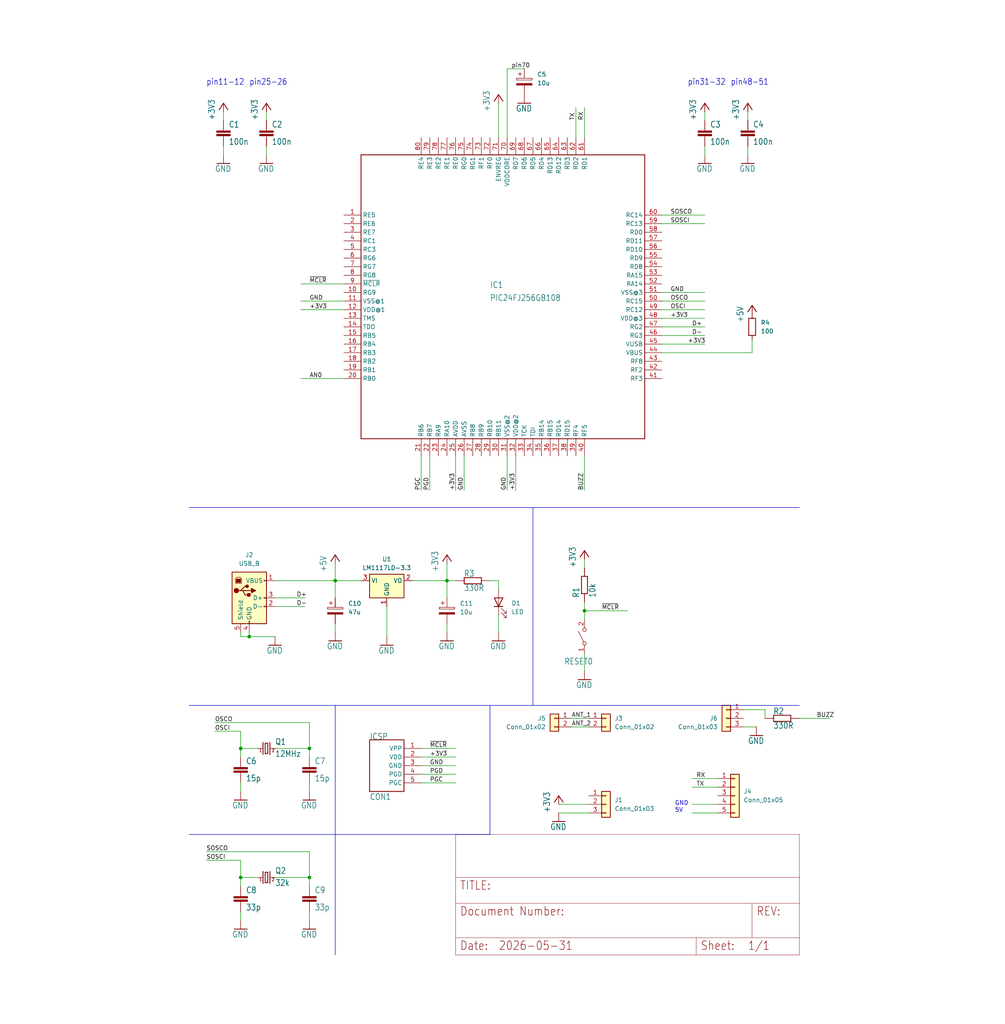
<source format=kicad_sch>
(kicad_sch (version 20230121) (generator eeschema)

  (uuid 0bc28b10-c0d8-4351-a95f-fa364d8987f0)

  (paper "User" 297.002 302.336)

  (lib_symbols
    (symbol "Connector:USB_B" (pin_names (offset 1.016)) (in_bom yes) (on_board yes)
      (property "Reference" "J" (at -5.08 11.43 0)
        (effects (font (size 1.27 1.27)) (justify left))
      )
      (property "Value" "USB_B" (at -5.08 8.89 0)
        (effects (font (size 1.27 1.27)) (justify left))
      )
      (property "Footprint" "" (at 3.81 -1.27 0)
        (effects (font (size 1.27 1.27)) hide)
      )
      (property "Datasheet" " ~" (at 3.81 -1.27 0)
        (effects (font (size 1.27 1.27)) hide)
      )
      (property "ki_keywords" "connector USB" (at 0 0 0)
        (effects (font (size 1.27 1.27)) hide)
      )
      (property "ki_description" "USB Type B connector" (at 0 0 0)
        (effects (font (size 1.27 1.27)) hide)
      )
      (property "ki_fp_filters" "USB*" (at 0 0 0)
        (effects (font (size 1.27 1.27)) hide)
      )
      (symbol "USB_B_0_1"
        (rectangle (start -5.08 -7.62) (end 5.08 7.62)
          (stroke (width 0.254) (type default))
          (fill (type background))
        )
        (circle (center -3.81 2.159) (radius 0.635)
          (stroke (width 0.254) (type default))
          (fill (type outline))
        )
        (rectangle (start -3.81 5.588) (end -2.54 4.572)
          (stroke (width 0) (type default))
          (fill (type outline))
        )
        (circle (center -0.635 3.429) (radius 0.381)
          (stroke (width 0.254) (type default))
          (fill (type outline))
        )
        (rectangle (start -0.127 -7.62) (end 0.127 -6.858)
          (stroke (width 0) (type default))
          (fill (type none))
        )
        (polyline
          (pts
            (xy -1.905 2.159)
            (xy 0.635 2.159)
          )
          (stroke (width 0.254) (type default))
          (fill (type none))
        )
        (polyline
          (pts
            (xy -3.175 2.159)
            (xy -2.54 2.159)
            (xy -1.27 3.429)
            (xy -0.635 3.429)
          )
          (stroke (width 0.254) (type default))
          (fill (type none))
        )
        (polyline
          (pts
            (xy -2.54 2.159)
            (xy -1.905 2.159)
            (xy -1.27 0.889)
            (xy 0 0.889)
          )
          (stroke (width 0.254) (type default))
          (fill (type none))
        )
        (polyline
          (pts
            (xy 0.635 2.794)
            (xy 0.635 1.524)
            (xy 1.905 2.159)
            (xy 0.635 2.794)
          )
          (stroke (width 0.254) (type default))
          (fill (type outline))
        )
        (polyline
          (pts
            (xy -4.064 4.318)
            (xy -2.286 4.318)
            (xy -2.286 5.715)
            (xy -2.667 6.096)
            (xy -3.683 6.096)
            (xy -4.064 5.715)
            (xy -4.064 4.318)
          )
          (stroke (width 0) (type default))
          (fill (type none))
        )
        (rectangle (start 0.254 1.27) (end -0.508 0.508)
          (stroke (width 0.254) (type default))
          (fill (type outline))
        )
        (rectangle (start 5.08 -2.667) (end 4.318 -2.413)
          (stroke (width 0) (type default))
          (fill (type none))
        )
        (rectangle (start 5.08 -0.127) (end 4.318 0.127)
          (stroke (width 0) (type default))
          (fill (type none))
        )
        (rectangle (start 5.08 4.953) (end 4.318 5.207)
          (stroke (width 0) (type default))
          (fill (type none))
        )
      )
      (symbol "USB_B_1_1"
        (pin power_out line (at 7.62 5.08 180) (length 2.54)
          (name "VBUS" (effects (font (size 1.27 1.27))))
          (number "1" (effects (font (size 1.27 1.27))))
        )
        (pin bidirectional line (at 7.62 -2.54 180) (length 2.54)
          (name "D-" (effects (font (size 1.27 1.27))))
          (number "2" (effects (font (size 1.27 1.27))))
        )
        (pin bidirectional line (at 7.62 0 180) (length 2.54)
          (name "D+" (effects (font (size 1.27 1.27))))
          (number "3" (effects (font (size 1.27 1.27))))
        )
        (pin power_out line (at 0 -10.16 90) (length 2.54)
          (name "GND" (effects (font (size 1.27 1.27))))
          (number "4" (effects (font (size 1.27 1.27))))
        )
        (pin passive line (at -2.54 -10.16 90) (length 2.54)
          (name "Shield" (effects (font (size 1.27 1.27))))
          (number "5" (effects (font (size 1.27 1.27))))
        )
      )
    )
    (symbol "Connector_Generic:Conn_01x02" (pin_names (offset 1.016) hide) (in_bom yes) (on_board yes)
      (property "Reference" "J" (at 0 2.54 0)
        (effects (font (size 1.27 1.27)))
      )
      (property "Value" "Conn_01x02" (at 0 -5.08 0)
        (effects (font (size 1.27 1.27)))
      )
      (property "Footprint" "" (at 0 0 0)
        (effects (font (size 1.27 1.27)) hide)
      )
      (property "Datasheet" "~" (at 0 0 0)
        (effects (font (size 1.27 1.27)) hide)
      )
      (property "ki_keywords" "connector" (at 0 0 0)
        (effects (font (size 1.27 1.27)) hide)
      )
      (property "ki_description" "Generic connector, single row, 01x02, script generated (kicad-library-utils/schlib/autogen/connector/)" (at 0 0 0)
        (effects (font (size 1.27 1.27)) hide)
      )
      (property "ki_fp_filters" "Connector*:*_1x??_*" (at 0 0 0)
        (effects (font (size 1.27 1.27)) hide)
      )
      (symbol "Conn_01x02_1_1"
        (rectangle (start -1.27 -2.413) (end 0 -2.667)
          (stroke (width 0.1524) (type default))
          (fill (type none))
        )
        (rectangle (start -1.27 0.127) (end 0 -0.127)
          (stroke (width 0.1524) (type default))
          (fill (type none))
        )
        (rectangle (start -1.27 1.27) (end 1.27 -3.81)
          (stroke (width 0.254) (type default))
          (fill (type background))
        )
        (pin passive line (at -5.08 0 0) (length 3.81)
          (name "Pin_1" (effects (font (size 1.27 1.27))))
          (number "1" (effects (font (size 1.27 1.27))))
        )
        (pin passive line (at -5.08 -2.54 0) (length 3.81)
          (name "Pin_2" (effects (font (size 1.27 1.27))))
          (number "2" (effects (font (size 1.27 1.27))))
        )
      )
    )
    (symbol "Connector_Generic:Conn_01x03" (pin_names (offset 1.016) hide) (in_bom yes) (on_board yes)
      (property "Reference" "J" (at 0 5.08 0)
        (effects (font (size 1.27 1.27)))
      )
      (property "Value" "Conn_01x03" (at 0 -5.08 0)
        (effects (font (size 1.27 1.27)))
      )
      (property "Footprint" "" (at 0 0 0)
        (effects (font (size 1.27 1.27)) hide)
      )
      (property "Datasheet" "~" (at 0 0 0)
        (effects (font (size 1.27 1.27)) hide)
      )
      (property "ki_keywords" "connector" (at 0 0 0)
        (effects (font (size 1.27 1.27)) hide)
      )
      (property "ki_description" "Generic connector, single row, 01x03, script generated (kicad-library-utils/schlib/autogen/connector/)" (at 0 0 0)
        (effects (font (size 1.27 1.27)) hide)
      )
      (property "ki_fp_filters" "Connector*:*_1x??_*" (at 0 0 0)
        (effects (font (size 1.27 1.27)) hide)
      )
      (symbol "Conn_01x03_1_1"
        (rectangle (start -1.27 -2.413) (end 0 -2.667)
          (stroke (width 0.1524) (type default))
          (fill (type none))
        )
        (rectangle (start -1.27 0.127) (end 0 -0.127)
          (stroke (width 0.1524) (type default))
          (fill (type none))
        )
        (rectangle (start -1.27 2.667) (end 0 2.413)
          (stroke (width 0.1524) (type default))
          (fill (type none))
        )
        (rectangle (start -1.27 3.81) (end 1.27 -3.81)
          (stroke (width 0.254) (type default))
          (fill (type background))
        )
        (pin passive line (at -5.08 2.54 0) (length 3.81)
          (name "Pin_1" (effects (font (size 1.27 1.27))))
          (number "1" (effects (font (size 1.27 1.27))))
        )
        (pin passive line (at -5.08 0 0) (length 3.81)
          (name "Pin_2" (effects (font (size 1.27 1.27))))
          (number "2" (effects (font (size 1.27 1.27))))
        )
        (pin passive line (at -5.08 -2.54 0) (length 3.81)
          (name "Pin_3" (effects (font (size 1.27 1.27))))
          (number "3" (effects (font (size 1.27 1.27))))
        )
      )
    )
    (symbol "Connector_Generic:Conn_01x05" (pin_names (offset 1.016) hide) (in_bom yes) (on_board yes)
      (property "Reference" "J" (at 0 7.62 0)
        (effects (font (size 1.27 1.27)))
      )
      (property "Value" "Conn_01x05" (at 0 -7.62 0)
        (effects (font (size 1.27 1.27)))
      )
      (property "Footprint" "" (at 0 0 0)
        (effects (font (size 1.27 1.27)) hide)
      )
      (property "Datasheet" "~" (at 0 0 0)
        (effects (font (size 1.27 1.27)) hide)
      )
      (property "ki_keywords" "connector" (at 0 0 0)
        (effects (font (size 1.27 1.27)) hide)
      )
      (property "ki_description" "Generic connector, single row, 01x05, script generated (kicad-library-utils/schlib/autogen/connector/)" (at 0 0 0)
        (effects (font (size 1.27 1.27)) hide)
      )
      (property "ki_fp_filters" "Connector*:*_1x??_*" (at 0 0 0)
        (effects (font (size 1.27 1.27)) hide)
      )
      (symbol "Conn_01x05_1_1"
        (rectangle (start -1.27 -4.953) (end 0 -5.207)
          (stroke (width 0.1524) (type default))
          (fill (type none))
        )
        (rectangle (start -1.27 -2.413) (end 0 -2.667)
          (stroke (width 0.1524) (type default))
          (fill (type none))
        )
        (rectangle (start -1.27 0.127) (end 0 -0.127)
          (stroke (width 0.1524) (type default))
          (fill (type none))
        )
        (rectangle (start -1.27 2.667) (end 0 2.413)
          (stroke (width 0.1524) (type default))
          (fill (type none))
        )
        (rectangle (start -1.27 5.207) (end 0 4.953)
          (stroke (width 0.1524) (type default))
          (fill (type none))
        )
        (rectangle (start -1.27 6.35) (end 1.27 -6.35)
          (stroke (width 0.254) (type default))
          (fill (type background))
        )
        (pin passive line (at -5.08 5.08 0) (length 3.81)
          (name "Pin_1" (effects (font (size 1.27 1.27))))
          (number "1" (effects (font (size 1.27 1.27))))
        )
        (pin passive line (at -5.08 2.54 0) (length 3.81)
          (name "Pin_2" (effects (font (size 1.27 1.27))))
          (number "2" (effects (font (size 1.27 1.27))))
        )
        (pin passive line (at -5.08 0 0) (length 3.81)
          (name "Pin_3" (effects (font (size 1.27 1.27))))
          (number "3" (effects (font (size 1.27 1.27))))
        )
        (pin passive line (at -5.08 -2.54 0) (length 3.81)
          (name "Pin_4" (effects (font (size 1.27 1.27))))
          (number "4" (effects (font (size 1.27 1.27))))
        )
        (pin passive line (at -5.08 -5.08 0) (length 3.81)
          (name "Pin_5" (effects (font (size 1.27 1.27))))
          (number "5" (effects (font (size 1.27 1.27))))
        )
      )
    )
    (symbol "Device:C_Polarized" (pin_numbers hide) (pin_names (offset 0.254)) (in_bom yes) (on_board yes)
      (property "Reference" "C" (at 0.635 2.54 0)
        (effects (font (size 1.27 1.27)) (justify left))
      )
      (property "Value" "C_Polarized" (at 0.635 -2.54 0)
        (effects (font (size 1.27 1.27)) (justify left))
      )
      (property "Footprint" "" (at 0.9652 -3.81 0)
        (effects (font (size 1.27 1.27)) hide)
      )
      (property "Datasheet" "~" (at 0 0 0)
        (effects (font (size 1.27 1.27)) hide)
      )
      (property "ki_keywords" "cap capacitor" (at 0 0 0)
        (effects (font (size 1.27 1.27)) hide)
      )
      (property "ki_description" "Polarized capacitor" (at 0 0 0)
        (effects (font (size 1.27 1.27)) hide)
      )
      (property "ki_fp_filters" "CP_*" (at 0 0 0)
        (effects (font (size 1.27 1.27)) hide)
      )
      (symbol "C_Polarized_0_1"
        (rectangle (start -2.286 0.508) (end 2.286 1.016)
          (stroke (width 0) (type default))
          (fill (type none))
        )
        (polyline
          (pts
            (xy -1.778 2.286)
            (xy -0.762 2.286)
          )
          (stroke (width 0) (type default))
          (fill (type none))
        )
        (polyline
          (pts
            (xy -1.27 2.794)
            (xy -1.27 1.778)
          )
          (stroke (width 0) (type default))
          (fill (type none))
        )
        (rectangle (start 2.286 -0.508) (end -2.286 -1.016)
          (stroke (width 0) (type default))
          (fill (type outline))
        )
      )
      (symbol "C_Polarized_1_1"
        (pin passive line (at 0 3.81 270) (length 2.794)
          (name "~" (effects (font (size 1.27 1.27))))
          (number "1" (effects (font (size 1.27 1.27))))
        )
        (pin passive line (at 0 -3.81 90) (length 2.794)
          (name "~" (effects (font (size 1.27 1.27))))
          (number "2" (effects (font (size 1.27 1.27))))
        )
      )
    )
    (symbol "Device:LED" (pin_numbers hide) (pin_names (offset 1.016) hide) (in_bom yes) (on_board yes)
      (property "Reference" "D" (at 0 2.54 0)
        (effects (font (size 1.27 1.27)))
      )
      (property "Value" "LED" (at 0 -2.54 0)
        (effects (font (size 1.27 1.27)))
      )
      (property "Footprint" "" (at 0 0 0)
        (effects (font (size 1.27 1.27)) hide)
      )
      (property "Datasheet" "~" (at 0 0 0)
        (effects (font (size 1.27 1.27)) hide)
      )
      (property "ki_keywords" "LED diode" (at 0 0 0)
        (effects (font (size 1.27 1.27)) hide)
      )
      (property "ki_description" "Light emitting diode" (at 0 0 0)
        (effects (font (size 1.27 1.27)) hide)
      )
      (property "ki_fp_filters" "LED* LED_SMD:* LED_THT:*" (at 0 0 0)
        (effects (font (size 1.27 1.27)) hide)
      )
      (symbol "LED_0_1"
        (polyline
          (pts
            (xy -1.27 -1.27)
            (xy -1.27 1.27)
          )
          (stroke (width 0.254) (type default))
          (fill (type none))
        )
        (polyline
          (pts
            (xy -1.27 0)
            (xy 1.27 0)
          )
          (stroke (width 0) (type default))
          (fill (type none))
        )
        (polyline
          (pts
            (xy 1.27 -1.27)
            (xy 1.27 1.27)
            (xy -1.27 0)
            (xy 1.27 -1.27)
          )
          (stroke (width 0.254) (type default))
          (fill (type none))
        )
        (polyline
          (pts
            (xy -3.048 -0.762)
            (xy -4.572 -2.286)
            (xy -3.81 -2.286)
            (xy -4.572 -2.286)
            (xy -4.572 -1.524)
          )
          (stroke (width 0) (type default))
          (fill (type none))
        )
        (polyline
          (pts
            (xy -1.778 -0.762)
            (xy -3.302 -2.286)
            (xy -2.54 -2.286)
            (xy -3.302 -2.286)
            (xy -3.302 -1.524)
          )
          (stroke (width 0) (type default))
          (fill (type none))
        )
      )
      (symbol "LED_1_1"
        (pin passive line (at -3.81 0 0) (length 2.54)
          (name "K" (effects (font (size 1.27 1.27))))
          (number "1" (effects (font (size 1.27 1.27))))
        )
        (pin passive line (at 3.81 0 180) (length 2.54)
          (name "A" (effects (font (size 1.27 1.27))))
          (number "2" (effects (font (size 1.27 1.27))))
        )
      )
    )
    (symbol "Device:R" (pin_numbers hide) (pin_names (offset 0)) (in_bom yes) (on_board yes)
      (property "Reference" "R" (at 2.032 0 90)
        (effects (font (size 1.27 1.27)))
      )
      (property "Value" "R" (at 0 0 90)
        (effects (font (size 1.27 1.27)))
      )
      (property "Footprint" "" (at -1.778 0 90)
        (effects (font (size 1.27 1.27)) hide)
      )
      (property "Datasheet" "~" (at 0 0 0)
        (effects (font (size 1.27 1.27)) hide)
      )
      (property "ki_keywords" "R res resistor" (at 0 0 0)
        (effects (font (size 1.27 1.27)) hide)
      )
      (property "ki_description" "Resistor" (at 0 0 0)
        (effects (font (size 1.27 1.27)) hide)
      )
      (property "ki_fp_filters" "R_*" (at 0 0 0)
        (effects (font (size 1.27 1.27)) hide)
      )
      (symbol "R_0_1"
        (rectangle (start -1.016 -2.54) (end 1.016 2.54)
          (stroke (width 0.254) (type default))
          (fill (type none))
        )
      )
      (symbol "R_1_1"
        (pin passive line (at 0 3.81 270) (length 1.27)
          (name "~" (effects (font (size 1.27 1.27))))
          (number "1" (effects (font (size 1.27 1.27))))
        )
        (pin passive line (at 0 -3.81 90) (length 1.27)
          (name "~" (effects (font (size 1.27 1.27))))
          (number "2" (effects (font (size 1.27 1.27))))
        )
      )
    )
    (symbol "PF-eagle-import:+3V3" (power) (in_bom yes) (on_board yes)
      (property "Reference" "#+3V3" (at 0 0 0)
        (effects (font (size 1.27 1.27)) hide)
      )
      (property "Value" "+3V3" (at -2.54 -5.08 90)
        (effects (font (size 1.778 1.5113)) (justify left bottom))
      )
      (property "Footprint" "" (at 0 0 0)
        (effects (font (size 1.27 1.27)) hide)
      )
      (property "Datasheet" "" (at 0 0 0)
        (effects (font (size 1.27 1.27)) hide)
      )
      (property "ki_locked" "" (at 0 0 0)
        (effects (font (size 1.27 1.27)))
      )
      (symbol "+3V3_1_0"
        (polyline
          (pts
            (xy 0 0)
            (xy -1.27 -1.905)
          )
          (stroke (width 0.254) (type solid))
          (fill (type none))
        )
        (polyline
          (pts
            (xy 1.27 -1.905)
            (xy 0 0)
          )
          (stroke (width 0.254) (type solid))
          (fill (type none))
        )
        (pin power_in line (at 0 -2.54 90) (length 2.54)
          (name "+3V3" (effects (font (size 0 0))))
          (number "1" (effects (font (size 0 0))))
        )
      )
    )
    (symbol "PF-eagle-import:+5V" (power) (in_bom yes) (on_board yes)
      (property "Reference" "#P+" (at 0 0 0)
        (effects (font (size 1.27 1.27)) hide)
      )
      (property "Value" "+5V" (at -2.54 -5.08 90)
        (effects (font (size 1.778 1.5113)) (justify left bottom))
      )
      (property "Footprint" "" (at 0 0 0)
        (effects (font (size 1.27 1.27)) hide)
      )
      (property "Datasheet" "" (at 0 0 0)
        (effects (font (size 1.27 1.27)) hide)
      )
      (property "ki_locked" "" (at 0 0 0)
        (effects (font (size 1.27 1.27)))
      )
      (symbol "+5V_1_0"
        (polyline
          (pts
            (xy 0 0)
            (xy -1.27 -1.905)
          )
          (stroke (width 0.254) (type solid))
          (fill (type none))
        )
        (polyline
          (pts
            (xy 1.27 -1.905)
            (xy 0 0)
          )
          (stroke (width 0.254) (type solid))
          (fill (type none))
        )
        (pin power_in line (at 0 -2.54 90) (length 2.54)
          (name "+5V" (effects (font (size 0 0))))
          (number "1" (effects (font (size 0 0))))
        )
      )
    )
    (symbol "PF-eagle-import:C-EUC1206" (in_bom yes) (on_board yes)
      (property "Reference" "C" (at 1.524 0.381 0)
        (effects (font (size 1.778 1.5113)) (justify left bottom))
      )
      (property "Value" "" (at 1.524 -4.699 0)
        (effects (font (size 1.778 1.5113)) (justify left bottom))
      )
      (property "Footprint" "PF:C1206" (at 0 0 0)
        (effects (font (size 1.27 1.27)) hide)
      )
      (property "Datasheet" "" (at 0 0 0)
        (effects (font (size 1.27 1.27)) hide)
      )
      (property "ki_locked" "" (at 0 0 0)
        (effects (font (size 1.27 1.27)))
      )
      (symbol "C-EUC1206_1_0"
        (rectangle (start -2.032 -2.032) (end 2.032 -1.524)
          (stroke (width 0) (type default))
          (fill (type outline))
        )
        (rectangle (start -2.032 -1.016) (end 2.032 -0.508)
          (stroke (width 0) (type default))
          (fill (type outline))
        )
        (polyline
          (pts
            (xy 0 -2.54)
            (xy 0 -2.032)
          )
          (stroke (width 0.1524) (type solid))
          (fill (type none))
        )
        (polyline
          (pts
            (xy 0 0)
            (xy 0 -0.508)
          )
          (stroke (width 0.1524) (type solid))
          (fill (type none))
        )
        (pin passive line (at 0 2.54 270) (length 2.54)
          (name "1" (effects (font (size 0 0))))
          (number "1" (effects (font (size 0 0))))
        )
        (pin passive line (at 0 -5.08 90) (length 2.54)
          (name "2" (effects (font (size 0 0))))
          (number "2" (effects (font (size 0 0))))
        )
      )
    )
    (symbol "PF-eagle-import:CRYSTALHC49U70" (in_bom yes) (on_board yes)
      (property "Reference" "Q" (at 2.54 1.016 0)
        (effects (font (size 1.778 1.5113)) (justify left bottom))
      )
      (property "Value" "" (at 2.54 -2.54 0)
        (effects (font (size 1.778 1.5113)) (justify left bottom))
      )
      (property "Footprint" "PF:HC49U70" (at 0 0 0)
        (effects (font (size 1.27 1.27)) hide)
      )
      (property "Datasheet" "" (at 0 0 0)
        (effects (font (size 1.27 1.27)) hide)
      )
      (property "ki_locked" "" (at 0 0 0)
        (effects (font (size 1.27 1.27)))
      )
      (symbol "CRYSTALHC49U70_1_0"
        (polyline
          (pts
            (xy -2.54 0)
            (xy -1.016 0)
          )
          (stroke (width 0.1524) (type solid))
          (fill (type none))
        )
        (polyline
          (pts
            (xy -1.016 1.778)
            (xy -1.016 -1.778)
          )
          (stroke (width 0.254) (type solid))
          (fill (type none))
        )
        (polyline
          (pts
            (xy -0.381 -1.524)
            (xy 0.381 -1.524)
          )
          (stroke (width 0.254) (type solid))
          (fill (type none))
        )
        (polyline
          (pts
            (xy -0.381 1.524)
            (xy -0.381 -1.524)
          )
          (stroke (width 0.254) (type solid))
          (fill (type none))
        )
        (polyline
          (pts
            (xy 0.381 -1.524)
            (xy 0.381 1.524)
          )
          (stroke (width 0.254) (type solid))
          (fill (type none))
        )
        (polyline
          (pts
            (xy 0.381 1.524)
            (xy -0.381 1.524)
          )
          (stroke (width 0.254) (type solid))
          (fill (type none))
        )
        (polyline
          (pts
            (xy 1.016 0)
            (xy 2.54 0)
          )
          (stroke (width 0.1524) (type solid))
          (fill (type none))
        )
        (polyline
          (pts
            (xy 1.016 1.778)
            (xy 1.016 -1.778)
          )
          (stroke (width 0.254) (type solid))
          (fill (type none))
        )
        (text "1" (at -2.159 -1.143 0)
          (effects (font (size 0.8636 0.734)) (justify left bottom))
        )
        (text "2" (at 1.524 -1.143 0)
          (effects (font (size 0.8636 0.734)) (justify left bottom))
        )
        (pin passive line (at -2.54 0 0) (length 0)
          (name "1" (effects (font (size 0 0))))
          (number "1" (effects (font (size 0 0))))
        )
        (pin passive line (at 2.54 0 180) (length 0)
          (name "2" (effects (font (size 0 0))))
          (number "2" (effects (font (size 0 0))))
        )
      )
    )
    (symbol "PF-eagle-import:CRYSTALTC26H" (in_bom yes) (on_board yes)
      (property "Reference" "Q" (at 2.54 1.016 0)
        (effects (font (size 1.778 1.5113)) (justify left bottom))
      )
      (property "Value" "" (at 2.54 -2.54 0)
        (effects (font (size 1.778 1.5113)) (justify left bottom))
      )
      (property "Footprint" "PF:TC26H" (at 0 0 0)
        (effects (font (size 1.27 1.27)) hide)
      )
      (property "Datasheet" "" (at 0 0 0)
        (effects (font (size 1.27 1.27)) hide)
      )
      (property "ki_locked" "" (at 0 0 0)
        (effects (font (size 1.27 1.27)))
      )
      (symbol "CRYSTALTC26H_1_0"
        (polyline
          (pts
            (xy -2.54 0)
            (xy -1.016 0)
          )
          (stroke (width 0.1524) (type solid))
          (fill (type none))
        )
        (polyline
          (pts
            (xy -1.016 1.778)
            (xy -1.016 -1.778)
          )
          (stroke (width 0.254) (type solid))
          (fill (type none))
        )
        (polyline
          (pts
            (xy -0.381 -1.524)
            (xy 0.381 -1.524)
          )
          (stroke (width 0.254) (type solid))
          (fill (type none))
        )
        (polyline
          (pts
            (xy -0.381 1.524)
            (xy -0.381 -1.524)
          )
          (stroke (width 0.254) (type solid))
          (fill (type none))
        )
        (polyline
          (pts
            (xy 0.381 -1.524)
            (xy 0.381 1.524)
          )
          (stroke (width 0.254) (type solid))
          (fill (type none))
        )
        (polyline
          (pts
            (xy 0.381 1.524)
            (xy -0.381 1.524)
          )
          (stroke (width 0.254) (type solid))
          (fill (type none))
        )
        (polyline
          (pts
            (xy 1.016 0)
            (xy 2.54 0)
          )
          (stroke (width 0.1524) (type solid))
          (fill (type none))
        )
        (polyline
          (pts
            (xy 1.016 1.778)
            (xy 1.016 -1.778)
          )
          (stroke (width 0.254) (type solid))
          (fill (type none))
        )
        (text "1" (at -2.159 -1.143 0)
          (effects (font (size 0.8636 0.734)) (justify left bottom))
        )
        (text "2" (at 1.524 -1.143 0)
          (effects (font (size 0.8636 0.734)) (justify left bottom))
        )
        (pin passive line (at -2.54 0 0) (length 0)
          (name "1" (effects (font (size 0 0))))
          (number "1" (effects (font (size 0 0))))
        )
        (pin passive line (at 2.54 0 180) (length 0)
          (name "2" (effects (font (size 0 0))))
          (number "2" (effects (font (size 0 0))))
        )
      )
    )
    (symbol "PF-eagle-import:DINA4_P" (in_bom yes) (on_board yes)
      (property "Reference" "#FRAME" (at 0 0 0)
        (effects (font (size 1.27 1.27)) hide)
      )
      (property "Value" "" (at 0 0 0)
        (effects (font (size 1.27 1.27)) hide)
      )
      (property "Footprint" "" (at 0 0 0)
        (effects (font (size 1.27 1.27)) hide)
      )
      (property "Datasheet" "" (at 0 0 0)
        (effects (font (size 1.27 1.27)) hide)
      )
      (property "ki_locked" "" (at 0 0 0)
        (effects (font (size 1.27 1.27)))
      )
      (symbol "DINA4_P_1_0"
        (polyline
          (pts
            (xy 0 0)
            (xy 180.34 0)
            (xy 180.34 264.16)
            (xy 0 264.16)
            (xy 0 0)
          )
          (stroke (width 0) (type default))
          (fill (type none))
        )
      )
      (symbol "DINA4_P_2_0"
        (polyline
          (pts
            (xy 0 0)
            (xy 0 5.08)
          )
          (stroke (width 0.1016) (type solid))
          (fill (type none))
        )
        (polyline
          (pts
            (xy 0 0)
            (xy 71.12 0)
          )
          (stroke (width 0.1016) (type solid))
          (fill (type none))
        )
        (polyline
          (pts
            (xy 0 5.08)
            (xy 0 15.24)
          )
          (stroke (width 0.1016) (type solid))
          (fill (type none))
        )
        (polyline
          (pts
            (xy 0 5.08)
            (xy 71.12 5.08)
          )
          (stroke (width 0.1016) (type solid))
          (fill (type none))
        )
        (polyline
          (pts
            (xy 0 15.24)
            (xy 0 22.86)
          )
          (stroke (width 0.1016) (type solid))
          (fill (type none))
        )
        (polyline
          (pts
            (xy 0 22.86)
            (xy 0 35.56)
          )
          (stroke (width 0.1016) (type solid))
          (fill (type none))
        )
        (polyline
          (pts
            (xy 0 22.86)
            (xy 101.6 22.86)
          )
          (stroke (width 0.1016) (type solid))
          (fill (type none))
        )
        (polyline
          (pts
            (xy 71.12 0)
            (xy 101.6 0)
          )
          (stroke (width 0.1016) (type solid))
          (fill (type none))
        )
        (polyline
          (pts
            (xy 71.12 5.08)
            (xy 71.12 0)
          )
          (stroke (width 0.1016) (type solid))
          (fill (type none))
        )
        (polyline
          (pts
            (xy 71.12 5.08)
            (xy 87.63 5.08)
          )
          (stroke (width 0.1016) (type solid))
          (fill (type none))
        )
        (polyline
          (pts
            (xy 87.63 5.08)
            (xy 101.6 5.08)
          )
          (stroke (width 0.1016) (type solid))
          (fill (type none))
        )
        (polyline
          (pts
            (xy 87.63 15.24)
            (xy 0 15.24)
          )
          (stroke (width 0.1016) (type solid))
          (fill (type none))
        )
        (polyline
          (pts
            (xy 87.63 15.24)
            (xy 87.63 5.08)
          )
          (stroke (width 0.1016) (type solid))
          (fill (type none))
        )
        (polyline
          (pts
            (xy 101.6 5.08)
            (xy 101.6 0)
          )
          (stroke (width 0.1016) (type solid))
          (fill (type none))
        )
        (polyline
          (pts
            (xy 101.6 15.24)
            (xy 87.63 15.24)
          )
          (stroke (width 0.1016) (type solid))
          (fill (type none))
        )
        (polyline
          (pts
            (xy 101.6 15.24)
            (xy 101.6 5.08)
          )
          (stroke (width 0.1016) (type solid))
          (fill (type none))
        )
        (polyline
          (pts
            (xy 101.6 22.86)
            (xy 101.6 15.24)
          )
          (stroke (width 0.1016) (type solid))
          (fill (type none))
        )
        (polyline
          (pts
            (xy 101.6 35.56)
            (xy 0 35.56)
          )
          (stroke (width 0.1016) (type solid))
          (fill (type none))
        )
        (polyline
          (pts
            (xy 101.6 35.56)
            (xy 101.6 22.86)
          )
          (stroke (width 0.1016) (type solid))
          (fill (type none))
        )
        (text "${#}/${##}" (at 86.36 1.27 0)
          (effects (font (size 2.54 2.159)) (justify left bottom))
        )
        (text "${CURRENT_DATE}" (at 12.7 1.27 0)
          (effects (font (size 2.54 2.159)) (justify left bottom))
        )
        (text "${PROJECTNAME}" (at 17.78 19.05 0)
          (effects (font (size 2.54 2.159)) (justify left bottom))
        )
        (text "Date:" (at 1.27 1.27 0)
          (effects (font (size 2.54 2.159)) (justify left bottom))
        )
        (text "Document Number:" (at 1.27 11.43 0)
          (effects (font (size 2.54 2.159)) (justify left bottom))
        )
        (text "REV:" (at 88.9 11.43 0)
          (effects (font (size 2.54 2.159)) (justify left bottom))
        )
        (text "Sheet:" (at 72.39 1.27 0)
          (effects (font (size 2.54 2.159)) (justify left bottom))
        )
        (text "TITLE:" (at 1.27 19.05 0)
          (effects (font (size 2.54 2.159)) (justify left bottom))
        )
      )
    )
    (symbol "PF-eagle-import:GND" (power) (in_bom yes) (on_board yes)
      (property "Reference" "#GND" (at 0 0 0)
        (effects (font (size 1.27 1.27)) hide)
      )
      (property "Value" "GND" (at -2.54 -2.54 0)
        (effects (font (size 1.778 1.5113)) (justify left bottom))
      )
      (property "Footprint" "" (at 0 0 0)
        (effects (font (size 1.27 1.27)) hide)
      )
      (property "Datasheet" "" (at 0 0 0)
        (effects (font (size 1.27 1.27)) hide)
      )
      (property "ki_locked" "" (at 0 0 0)
        (effects (font (size 1.27 1.27)))
      )
      (symbol "GND_1_0"
        (polyline
          (pts
            (xy -1.905 0)
            (xy 1.905 0)
          )
          (stroke (width 0.254) (type solid))
          (fill (type none))
        )
        (pin power_in line (at 0 2.54 270) (length 2.54)
          (name "GND" (effects (font (size 0 0))))
          (number "1" (effects (font (size 0 0))))
        )
      )
    )
    (symbol "PF-eagle-import:ICSP" (in_bom yes) (on_board yes)
      (property "Reference" "CON" (at -5.08 -7.62 0)
        (effects (font (size 1.778 1.5113)) (justify left top))
      )
      (property "Value" "" (at -5.08 10.16 0)
        (effects (font (size 1.778 1.5113)) (justify left top))
      )
      (property "Footprint" "PF:ICSP" (at 0 0 0)
        (effects (font (size 1.27 1.27)) hide)
      )
      (property "Datasheet" "" (at 0 0 0)
        (effects (font (size 1.27 1.27)) hide)
      )
      (property "ki_locked" "" (at 0 0 0)
        (effects (font (size 1.27 1.27)))
      )
      (symbol "ICSP_1_0"
        (polyline
          (pts
            (xy -5.08 -7.62)
            (xy -5.08 7.62)
          )
          (stroke (width 0.254) (type solid))
          (fill (type none))
        )
        (polyline
          (pts
            (xy -5.08 7.62)
            (xy 5.08 7.62)
          )
          (stroke (width 0.254) (type solid))
          (fill (type none))
        )
        (polyline
          (pts
            (xy 5.08 -7.62)
            (xy -5.08 -7.62)
          )
          (stroke (width 0.254) (type solid))
          (fill (type none))
        )
        (polyline
          (pts
            (xy 5.08 7.62)
            (xy 5.08 -7.62)
          )
          (stroke (width 0.254) (type solid))
          (fill (type none))
        )
        (pin bidirectional line (at -10.16 -5.08 0) (length 5.08)
          (name "VPP" (effects (font (size 1.27 1.27))))
          (number "1" (effects (font (size 1.27 1.27))))
        )
        (pin bidirectional line (at -10.16 -2.54 0) (length 5.08)
          (name "VDD" (effects (font (size 1.27 1.27))))
          (number "2" (effects (font (size 1.27 1.27))))
        )
        (pin bidirectional line (at -10.16 0 0) (length 5.08)
          (name "GND" (effects (font (size 1.27 1.27))))
          (number "3" (effects (font (size 1.27 1.27))))
        )
        (pin bidirectional line (at -10.16 2.54 0) (length 5.08)
          (name "PGD" (effects (font (size 1.27 1.27))))
          (number "4" (effects (font (size 1.27 1.27))))
        )
        (pin bidirectional line (at -10.16 5.08 0) (length 5.08)
          (name "PGC" (effects (font (size 1.27 1.27))))
          (number "5" (effects (font (size 1.27 1.27))))
        )
      )
    )
    (symbol "PF-eagle-import:PIC24FJ256GB108" (in_bom yes) (on_board yes)
      (property "Reference" "IC" (at -5.08 1.27 0)
        (effects (font (size 1.778 1.5113)) (justify left bottom))
      )
      (property "Value" "" (at -5.08 -2.54 0)
        (effects (font (size 1.778 1.5113)) (justify left bottom))
      )
      (property "Footprint" "PF:TQFP80-12X12" (at 0 0 0)
        (effects (font (size 1.27 1.27)) hide)
      )
      (property "Datasheet" "" (at 0 0 0)
        (effects (font (size 1.27 1.27)) hide)
      )
      (property "ki_locked" "" (at 0 0 0)
        (effects (font (size 1.27 1.27)))
      )
      (symbol "PIC24FJ256GB108_1_0"
        (polyline
          (pts
            (xy -43.18 -43.18)
            (xy 40.64 -43.18)
          )
          (stroke (width 0.254) (type solid))
          (fill (type none))
        )
        (polyline
          (pts
            (xy -43.18 40.64)
            (xy -43.18 -43.18)
          )
          (stroke (width 0.254) (type solid))
          (fill (type none))
        )
        (polyline
          (pts
            (xy 40.64 -43.18)
            (xy 40.64 40.64)
          )
          (stroke (width 0.254) (type solid))
          (fill (type none))
        )
        (polyline
          (pts
            (xy 40.64 40.64)
            (xy -43.18 40.64)
          )
          (stroke (width 0.254) (type solid))
          (fill (type none))
        )
        (pin bidirectional line (at -48.26 22.86 0) (length 5.08)
          (name "RE5" (effects (font (size 1.27 1.27))))
          (number "1" (effects (font (size 1.27 1.27))))
        )
        (pin bidirectional line (at -48.26 0 0) (length 5.08)
          (name "RG9" (effects (font (size 1.27 1.27))))
          (number "10" (effects (font (size 1.27 1.27))))
        )
        (pin power_in line (at -48.26 -2.54 0) (length 5.08)
          (name "VSS@1" (effects (font (size 1.27 1.27))))
          (number "11" (effects (font (size 1.27 1.27))))
        )
        (pin power_in line (at -48.26 -5.08 0) (length 5.08)
          (name "VDD@1" (effects (font (size 1.27 1.27))))
          (number "12" (effects (font (size 1.27 1.27))))
        )
        (pin input line (at -48.26 -7.62 0) (length 5.08)
          (name "TMS" (effects (font (size 1.27 1.27))))
          (number "13" (effects (font (size 1.27 1.27))))
        )
        (pin output line (at -48.26 -10.16 0) (length 5.08)
          (name "TDO" (effects (font (size 1.27 1.27))))
          (number "14" (effects (font (size 1.27 1.27))))
        )
        (pin bidirectional line (at -48.26 -12.7 0) (length 5.08)
          (name "RB5" (effects (font (size 1.27 1.27))))
          (number "15" (effects (font (size 1.27 1.27))))
        )
        (pin bidirectional line (at -48.26 -15.24 0) (length 5.08)
          (name "RB4" (effects (font (size 1.27 1.27))))
          (number "16" (effects (font (size 1.27 1.27))))
        )
        (pin bidirectional line (at -48.26 -17.78 0) (length 5.08)
          (name "RB3" (effects (font (size 1.27 1.27))))
          (number "17" (effects (font (size 1.27 1.27))))
        )
        (pin bidirectional line (at -48.26 -20.32 0) (length 5.08)
          (name "RB2" (effects (font (size 1.27 1.27))))
          (number "18" (effects (font (size 1.27 1.27))))
        )
        (pin bidirectional line (at -48.26 -22.86 0) (length 5.08)
          (name "RB1" (effects (font (size 1.27 1.27))))
          (number "19" (effects (font (size 1.27 1.27))))
        )
        (pin bidirectional line (at -48.26 20.32 0) (length 5.08)
          (name "RE6" (effects (font (size 1.27 1.27))))
          (number "2" (effects (font (size 1.27 1.27))))
        )
        (pin bidirectional line (at -48.26 -25.4 0) (length 5.08)
          (name "RB0" (effects (font (size 1.27 1.27))))
          (number "20" (effects (font (size 1.27 1.27))))
        )
        (pin bidirectional line (at -25.4 -48.26 90) (length 5.08)
          (name "RB6" (effects (font (size 1.27 1.27))))
          (number "21" (effects (font (size 1.27 1.27))))
        )
        (pin bidirectional line (at -22.86 -48.26 90) (length 5.08)
          (name "RB7" (effects (font (size 1.27 1.27))))
          (number "22" (effects (font (size 1.27 1.27))))
        )
        (pin bidirectional line (at -20.32 -48.26 90) (length 5.08)
          (name "RA9" (effects (font (size 1.27 1.27))))
          (number "23" (effects (font (size 1.27 1.27))))
        )
        (pin bidirectional line (at -17.78 -48.26 90) (length 5.08)
          (name "RA10" (effects (font (size 1.27 1.27))))
          (number "24" (effects (font (size 1.27 1.27))))
        )
        (pin power_in line (at -15.24 -48.26 90) (length 5.08)
          (name "AVDD" (effects (font (size 1.27 1.27))))
          (number "25" (effects (font (size 1.27 1.27))))
        )
        (pin power_in line (at -12.7 -48.26 90) (length 5.08)
          (name "AVSS" (effects (font (size 1.27 1.27))))
          (number "26" (effects (font (size 1.27 1.27))))
        )
        (pin bidirectional line (at -10.16 -48.26 90) (length 5.08)
          (name "RB8" (effects (font (size 1.27 1.27))))
          (number "27" (effects (font (size 1.27 1.27))))
        )
        (pin bidirectional line (at -7.62 -48.26 90) (length 5.08)
          (name "RB9" (effects (font (size 1.27 1.27))))
          (number "28" (effects (font (size 1.27 1.27))))
        )
        (pin bidirectional line (at -5.08 -48.26 90) (length 5.08)
          (name "RB10" (effects (font (size 1.27 1.27))))
          (number "29" (effects (font (size 1.27 1.27))))
        )
        (pin bidirectional line (at -48.26 17.78 0) (length 5.08)
          (name "RE7" (effects (font (size 1.27 1.27))))
          (number "3" (effects (font (size 1.27 1.27))))
        )
        (pin bidirectional line (at -2.54 -48.26 90) (length 5.08)
          (name "RB11" (effects (font (size 1.27 1.27))))
          (number "30" (effects (font (size 1.27 1.27))))
        )
        (pin power_in line (at 0 -48.26 90) (length 5.08)
          (name "VSS@2" (effects (font (size 1.27 1.27))))
          (number "31" (effects (font (size 1.27 1.27))))
        )
        (pin power_in line (at 2.54 -48.26 90) (length 5.08)
          (name "VDD@2" (effects (font (size 1.27 1.27))))
          (number "32" (effects (font (size 1.27 1.27))))
        )
        (pin input line (at 5.08 -48.26 90) (length 5.08)
          (name "TCK" (effects (font (size 1.27 1.27))))
          (number "33" (effects (font (size 1.27 1.27))))
        )
        (pin input line (at 7.62 -48.26 90) (length 5.08)
          (name "TDI" (effects (font (size 1.27 1.27))))
          (number "34" (effects (font (size 1.27 1.27))))
        )
        (pin bidirectional line (at 10.16 -48.26 90) (length 5.08)
          (name "RB14" (effects (font (size 1.27 1.27))))
          (number "35" (effects (font (size 1.27 1.27))))
        )
        (pin bidirectional line (at 12.7 -48.26 90) (length 5.08)
          (name "RB15" (effects (font (size 1.27 1.27))))
          (number "36" (effects (font (size 1.27 1.27))))
        )
        (pin bidirectional line (at 15.24 -48.26 90) (length 5.08)
          (name "RD14" (effects (font (size 1.27 1.27))))
          (number "37" (effects (font (size 1.27 1.27))))
        )
        (pin bidirectional line (at 17.78 -48.26 90) (length 5.08)
          (name "RD15" (effects (font (size 1.27 1.27))))
          (number "38" (effects (font (size 1.27 1.27))))
        )
        (pin bidirectional line (at 20.32 -48.26 90) (length 5.08)
          (name "RF4" (effects (font (size 1.27 1.27))))
          (number "39" (effects (font (size 1.27 1.27))))
        )
        (pin bidirectional line (at -48.26 15.24 0) (length 5.08)
          (name "RC1" (effects (font (size 1.27 1.27))))
          (number "4" (effects (font (size 1.27 1.27))))
        )
        (pin bidirectional line (at 22.86 -48.26 90) (length 5.08)
          (name "RF5" (effects (font (size 1.27 1.27))))
          (number "40" (effects (font (size 1.27 1.27))))
        )
        (pin bidirectional line (at 45.72 -25.4 180) (length 5.08)
          (name "RF3" (effects (font (size 1.27 1.27))))
          (number "41" (effects (font (size 1.27 1.27))))
        )
        (pin bidirectional line (at 45.72 -22.86 180) (length 5.08)
          (name "RF2" (effects (font (size 1.27 1.27))))
          (number "42" (effects (font (size 1.27 1.27))))
        )
        (pin bidirectional line (at 45.72 -20.32 180) (length 5.08)
          (name "RF8" (effects (font (size 1.27 1.27))))
          (number "43" (effects (font (size 1.27 1.27))))
        )
        (pin passive line (at 45.72 -17.78 180) (length 5.08)
          (name "VBUS" (effects (font (size 1.27 1.27))))
          (number "44" (effects (font (size 1.27 1.27))))
        )
        (pin passive line (at 45.72 -15.24 180) (length 5.08)
          (name "VUSB" (effects (font (size 1.27 1.27))))
          (number "45" (effects (font (size 1.27 1.27))))
        )
        (pin bidirectional line (at 45.72 -12.7 180) (length 5.08)
          (name "RG3" (effects (font (size 1.27 1.27))))
          (number "46" (effects (font (size 1.27 1.27))))
        )
        (pin bidirectional line (at 45.72 -10.16 180) (length 5.08)
          (name "RG2" (effects (font (size 1.27 1.27))))
          (number "47" (effects (font (size 1.27 1.27))))
        )
        (pin power_in line (at 45.72 -7.62 180) (length 5.08)
          (name "VDD@3" (effects (font (size 1.27 1.27))))
          (number "48" (effects (font (size 1.27 1.27))))
        )
        (pin bidirectional line (at 45.72 -5.08 180) (length 5.08)
          (name "RC12" (effects (font (size 1.27 1.27))))
          (number "49" (effects (font (size 1.27 1.27))))
        )
        (pin bidirectional line (at -48.26 12.7 0) (length 5.08)
          (name "RC3" (effects (font (size 1.27 1.27))))
          (number "5" (effects (font (size 1.27 1.27))))
        )
        (pin bidirectional line (at 45.72 -2.54 180) (length 5.08)
          (name "RC15" (effects (font (size 1.27 1.27))))
          (number "50" (effects (font (size 1.27 1.27))))
        )
        (pin power_in line (at 45.72 0 180) (length 5.08)
          (name "VSS@3" (effects (font (size 1.27 1.27))))
          (number "51" (effects (font (size 1.27 1.27))))
        )
        (pin bidirectional line (at 45.72 2.54 180) (length 5.08)
          (name "RA14" (effects (font (size 1.27 1.27))))
          (number "52" (effects (font (size 1.27 1.27))))
        )
        (pin bidirectional line (at 45.72 5.08 180) (length 5.08)
          (name "RA15" (effects (font (size 1.27 1.27))))
          (number "53" (effects (font (size 1.27 1.27))))
        )
        (pin bidirectional line (at 45.72 7.62 180) (length 5.08)
          (name "RD8" (effects (font (size 1.27 1.27))))
          (number "54" (effects (font (size 1.27 1.27))))
        )
        (pin bidirectional line (at 45.72 10.16 180) (length 5.08)
          (name "RD9" (effects (font (size 1.27 1.27))))
          (number "55" (effects (font (size 1.27 1.27))))
        )
        (pin bidirectional line (at 45.72 12.7 180) (length 5.08)
          (name "RD10" (effects (font (size 1.27 1.27))))
          (number "56" (effects (font (size 1.27 1.27))))
        )
        (pin bidirectional line (at 45.72 15.24 180) (length 5.08)
          (name "RD11" (effects (font (size 1.27 1.27))))
          (number "57" (effects (font (size 1.27 1.27))))
        )
        (pin bidirectional line (at 45.72 17.78 180) (length 5.08)
          (name "RD0" (effects (font (size 1.27 1.27))))
          (number "58" (effects (font (size 1.27 1.27))))
        )
        (pin bidirectional line (at 45.72 20.32 180) (length 5.08)
          (name "RC13" (effects (font (size 1.27 1.27))))
          (number "59" (effects (font (size 1.27 1.27))))
        )
        (pin bidirectional line (at -48.26 10.16 0) (length 5.08)
          (name "RG6" (effects (font (size 1.27 1.27))))
          (number "6" (effects (font (size 1.27 1.27))))
        )
        (pin bidirectional line (at 45.72 22.86 180) (length 5.08)
          (name "RC14" (effects (font (size 1.27 1.27))))
          (number "60" (effects (font (size 1.27 1.27))))
        )
        (pin bidirectional line (at 22.86 45.72 270) (length 5.08)
          (name "RD1" (effects (font (size 1.27 1.27))))
          (number "61" (effects (font (size 1.27 1.27))))
        )
        (pin bidirectional line (at 20.32 45.72 270) (length 5.08)
          (name "RD2" (effects (font (size 1.27 1.27))))
          (number "62" (effects (font (size 1.27 1.27))))
        )
        (pin bidirectional line (at 17.78 45.72 270) (length 5.08)
          (name "RD3" (effects (font (size 1.27 1.27))))
          (number "63" (effects (font (size 1.27 1.27))))
        )
        (pin bidirectional line (at 15.24 45.72 270) (length 5.08)
          (name "RD12" (effects (font (size 1.27 1.27))))
          (number "64" (effects (font (size 1.27 1.27))))
        )
        (pin bidirectional line (at 12.7 45.72 270) (length 5.08)
          (name "RD13" (effects (font (size 1.27 1.27))))
          (number "65" (effects (font (size 1.27 1.27))))
        )
        (pin bidirectional line (at 10.16 45.72 270) (length 5.08)
          (name "RD4" (effects (font (size 1.27 1.27))))
          (number "66" (effects (font (size 1.27 1.27))))
        )
        (pin bidirectional line (at 7.62 45.72 270) (length 5.08)
          (name "RD5" (effects (font (size 1.27 1.27))))
          (number "67" (effects (font (size 1.27 1.27))))
        )
        (pin bidirectional line (at 5.08 45.72 270) (length 5.08)
          (name "RD6" (effects (font (size 1.27 1.27))))
          (number "68" (effects (font (size 1.27 1.27))))
        )
        (pin bidirectional line (at 2.54 45.72 270) (length 5.08)
          (name "RD7" (effects (font (size 1.27 1.27))))
          (number "69" (effects (font (size 1.27 1.27))))
        )
        (pin bidirectional line (at -48.26 7.62 0) (length 5.08)
          (name "RG7" (effects (font (size 1.27 1.27))))
          (number "7" (effects (font (size 1.27 1.27))))
        )
        (pin power_in line (at 0 45.72 270) (length 5.08)
          (name "VDDCORE" (effects (font (size 1.27 1.27))))
          (number "70" (effects (font (size 1.27 1.27))))
        )
        (pin passive line (at -2.54 45.72 270) (length 5.08)
          (name "ENVREG" (effects (font (size 1.27 1.27))))
          (number "71" (effects (font (size 1.27 1.27))))
        )
        (pin bidirectional line (at -5.08 45.72 270) (length 5.08)
          (name "RF0" (effects (font (size 1.27 1.27))))
          (number "72" (effects (font (size 1.27 1.27))))
        )
        (pin bidirectional line (at -7.62 45.72 270) (length 5.08)
          (name "RF1" (effects (font (size 1.27 1.27))))
          (number "73" (effects (font (size 1.27 1.27))))
        )
        (pin bidirectional line (at -10.16 45.72 270) (length 5.08)
          (name "RG1" (effects (font (size 1.27 1.27))))
          (number "74" (effects (font (size 1.27 1.27))))
        )
        (pin bidirectional line (at -12.7 45.72 270) (length 5.08)
          (name "RG0" (effects (font (size 1.27 1.27))))
          (number "75" (effects (font (size 1.27 1.27))))
        )
        (pin bidirectional line (at -15.24 45.72 270) (length 5.08)
          (name "RE0" (effects (font (size 1.27 1.27))))
          (number "76" (effects (font (size 1.27 1.27))))
        )
        (pin bidirectional line (at -17.78 45.72 270) (length 5.08)
          (name "RE1" (effects (font (size 1.27 1.27))))
          (number "77" (effects (font (size 1.27 1.27))))
        )
        (pin bidirectional line (at -20.32 45.72 270) (length 5.08)
          (name "RE2" (effects (font (size 1.27 1.27))))
          (number "78" (effects (font (size 1.27 1.27))))
        )
        (pin bidirectional line (at -22.86 45.72 270) (length 5.08)
          (name "RE3" (effects (font (size 1.27 1.27))))
          (number "79" (effects (font (size 1.27 1.27))))
        )
        (pin bidirectional line (at -48.26 5.08 0) (length 5.08)
          (name "RG8" (effects (font (size 1.27 1.27))))
          (number "8" (effects (font (size 1.27 1.27))))
        )
        (pin bidirectional line (at -25.4 45.72 270) (length 5.08)
          (name "RE4" (effects (font (size 1.27 1.27))))
          (number "80" (effects (font (size 1.27 1.27))))
        )
        (pin bidirectional line (at -48.26 2.54 0) (length 5.08)
          (name "~{MCLR}" (effects (font (size 1.27 1.27))))
          (number "9" (effects (font (size 1.27 1.27))))
        )
      )
    )
    (symbol "PF-eagle-import:R-EU_R1206" (in_bom yes) (on_board yes)
      (property "Reference" "R" (at -3.81 1.4986 0)
        (effects (font (size 1.778 1.5113)) (justify left bottom))
      )
      (property "Value" "" (at -3.81 -3.302 0)
        (effects (font (size 1.778 1.5113)) (justify left bottom))
      )
      (property "Footprint" "PF:R1206" (at 0 0 0)
        (effects (font (size 1.27 1.27)) hide)
      )
      (property "Datasheet" "" (at 0 0 0)
        (effects (font (size 1.27 1.27)) hide)
      )
      (property "ki_locked" "" (at 0 0 0)
        (effects (font (size 1.27 1.27)))
      )
      (symbol "R-EU_R1206_1_0"
        (polyline
          (pts
            (xy -2.54 -0.889)
            (xy -2.54 0.889)
          )
          (stroke (width 0.254) (type solid))
          (fill (type none))
        )
        (polyline
          (pts
            (xy -2.54 -0.889)
            (xy 2.54 -0.889)
          )
          (stroke (width 0.254) (type solid))
          (fill (type none))
        )
        (polyline
          (pts
            (xy 2.54 -0.889)
            (xy 2.54 0.889)
          )
          (stroke (width 0.254) (type solid))
          (fill (type none))
        )
        (polyline
          (pts
            (xy 2.54 0.889)
            (xy -2.54 0.889)
          )
          (stroke (width 0.254) (type solid))
          (fill (type none))
        )
        (pin passive line (at -5.08 0 0) (length 2.54)
          (name "1" (effects (font (size 0 0))))
          (number "1" (effects (font (size 0 0))))
        )
        (pin passive line (at 5.08 0 180) (length 2.54)
          (name "2" (effects (font (size 0 0))))
          (number "2" (effects (font (size 0 0))))
        )
      )
    )
    (symbol "Regulator_Linear:LM1117T-3.3" (in_bom yes) (on_board yes)
      (property "Reference" "U" (at -3.81 3.175 0)
        (effects (font (size 1.27 1.27)))
      )
      (property "Value" "LM1117T-3.3" (at 0 3.175 0)
        (effects (font (size 1.27 1.27)) (justify left))
      )
      (property "Footprint" "Package_TO_SOT_THT:TO-220-3_Horizontal_TabDown" (at 0 0 0)
        (effects (font (size 1.27 1.27)) hide)
      )
      (property "Datasheet" "http://www.ti.com/lit/ds/symlink/lm1117.pdf" (at 0 0 0)
        (effects (font (size 1.27 1.27)) hide)
      )
      (property "ki_keywords" "linear regulator ldo fixed positive" (at 0 0 0)
        (effects (font (size 1.27 1.27)) hide)
      )
      (property "ki_description" "800mA Low-Dropout Linear Regulator, 3.3V fixed output, TO-220" (at 0 0 0)
        (effects (font (size 1.27 1.27)) hide)
      )
      (property "ki_fp_filters" "TO?220*" (at 0 0 0)
        (effects (font (size 1.27 1.27)) hide)
      )
      (symbol "LM1117T-3.3_0_1"
        (rectangle (start -5.08 -5.08) (end 5.08 1.905)
          (stroke (width 0.254) (type default))
          (fill (type background))
        )
      )
      (symbol "LM1117T-3.3_1_1"
        (pin power_in line (at 0 -7.62 90) (length 2.54)
          (name "GND" (effects (font (size 1.27 1.27))))
          (number "1" (effects (font (size 1.27 1.27))))
        )
        (pin power_out line (at 7.62 0 180) (length 2.54)
          (name "VO" (effects (font (size 1.27 1.27))))
          (number "2" (effects (font (size 1.27 1.27))))
        )
        (pin power_in line (at -7.62 0 0) (length 2.54)
          (name "VI" (effects (font (size 1.27 1.27))))
          (number "3" (effects (font (size 1.27 1.27))))
        )
      )
    )
    (symbol "Switch:SW_SPST" (pin_names (offset 0) hide) (in_bom yes) (on_board yes)
      (property "Reference" "SW" (at 0 3.175 0)
        (effects (font (size 1.27 1.27)))
      )
      (property "Value" "SW_SPST" (at 0 -2.54 0)
        (effects (font (size 1.27 1.27)))
      )
      (property "Footprint" "" (at 0 0 0)
        (effects (font (size 1.27 1.27)) hide)
      )
      (property "Datasheet" "~" (at 0 0 0)
        (effects (font (size 1.27 1.27)) hide)
      )
      (property "ki_keywords" "switch lever" (at 0 0 0)
        (effects (font (size 1.27 1.27)) hide)
      )
      (property "ki_description" "Single Pole Single Throw (SPST) switch" (at 0 0 0)
        (effects (font (size 1.27 1.27)) hide)
      )
      (symbol "SW_SPST_0_0"
        (circle (center -2.032 0) (radius 0.508)
          (stroke (width 0) (type default))
          (fill (type none))
        )
        (polyline
          (pts
            (xy -1.524 0.254)
            (xy 1.524 1.778)
          )
          (stroke (width 0) (type default))
          (fill (type none))
        )
        (circle (center 2.032 0) (radius 0.508)
          (stroke (width 0) (type default))
          (fill (type none))
        )
      )
      (symbol "SW_SPST_1_1"
        (pin passive line (at -5.08 0 0) (length 2.54)
          (name "A" (effects (font (size 1.27 1.27))))
          (number "1" (effects (font (size 1.27 1.27))))
        )
        (pin passive line (at 5.08 0 180) (length 2.54)
          (name "B" (effects (font (size 1.27 1.27))))
          (number "2" (effects (font (size 1.27 1.27))))
        )
      )
    )
  )

  (junction (at 99.06 171.45) (diameter 0) (color 0 0 0 0)
    (uuid 049bc42c-3f15-4ccd-8c0f-5f2b2d0ad82d)
  )
  (junction (at 71.12 220.98) (diameter 0) (color 0 0 0 0)
    (uuid 09fa69cb-d064-464e-893f-8afb6f37566b)
  )
  (junction (at 91.44 259.08) (diameter 0) (color 0 0 0 0)
    (uuid 4303f828-adc5-4767-b629-874c7f656720)
  )
  (junction (at 172.72 180.34) (diameter 0) (color 0 0 0 0)
    (uuid 7e0eb2da-d14d-452d-bfe0-0c0b98e11b2f)
  )
  (junction (at 91.44 220.98) (diameter 0) (color 0 0 0 0)
    (uuid 91cb833e-0db6-4717-beb9-3d0dcbe712ab)
  )
  (junction (at 73.66 187.96) (diameter 0) (color 0 0 0 0)
    (uuid b8599b35-cf3d-416c-8abd-7869b77a76bd)
  )
  (junction (at 71.12 259.08) (diameter 0) (color 0 0 0 0)
    (uuid d1e06037-f59f-41c2-9f0e-01e8364eb74f)
  )
  (junction (at 132.08 171.45) (diameter 0) (color 0 0 0 0)
    (uuid f559d379-96a1-436a-a789-6cc0d799f062)
  )

  (wire (pts (xy 152.4 134.62) (xy 152.4 144.78))
    (stroke (width 0.1524) (type solid))
    (uuid 04293e34-e423-4133-a4d0-8f9d8f920c0e)
  )
  (wire (pts (xy 222.25 100.33) (xy 222.25 104.14))
    (stroke (width 0) (type default))
    (uuid 046e8d60-df7f-42b1-9297-0c891bfe60cc)
  )
  (wire (pts (xy 88.9 88.9) (xy 101.6 88.9))
    (stroke (width 0.1524) (type solid))
    (uuid 056b2ce9-f77f-43b9-8319-adf9c7eda9e9)
  )
  (wire (pts (xy 101.6 111.76) (xy 88.9 111.76))
    (stroke (width 0.1524) (type solid))
    (uuid 08a59955-7701-47e2-8bec-a8b930be5889)
  )
  (wire (pts (xy 99.06 171.45) (xy 99.06 176.53))
    (stroke (width 0.1524) (type solid))
    (uuid 097e910b-b5d4-43c0-b1b2-c9f516fcbaf3)
  )
  (wire (pts (xy 71.12 187.96) (xy 73.66 187.96))
    (stroke (width 0) (type default))
    (uuid 0bb16880-d4e6-4ed8-bbdc-bb40984fe368)
  )
  (polyline (pts (xy 55.88 208.28) (xy 99.06 208.28))
    (stroke (width 0.1524) (type solid))
    (uuid 0bb65833-6238-44af-b1c5-fd83119e177f)
  )

  (wire (pts (xy 223.52 214.63) (xy 219.71 214.63))
    (stroke (width 0) (type default))
    (uuid 104fa2e6-5a2e-4102-b758-748cee77467e)
  )
  (wire (pts (xy 71.12 186.69) (xy 71.12 187.96))
    (stroke (width 0) (type default))
    (uuid 175c00a3-3047-439a-b18f-3eb0e18dfc17)
  )
  (wire (pts (xy 220.98 43.18) (xy 220.98 45.72))
    (stroke (width 0.1524) (type solid))
    (uuid 1894d2b5-234e-4cfc-9d04-c3fa4b7fd870)
  )
  (wire (pts (xy 121.92 171.45) (xy 132.08 171.45))
    (stroke (width 0.1524) (type solid))
    (uuid 196b8098-7804-4df7-985d-3c1d1fe64489)
  )
  (polyline (pts (xy 55.88 149.86) (xy 157.48 149.86))
    (stroke (width 0.1524) (type solid))
    (uuid 1a7bfdea-3534-4ec5-88cf-beea3374849e)
  )

  (wire (pts (xy 71.12 233.68) (xy 71.12 231.14))
    (stroke (width 0.1524) (type solid))
    (uuid 1baceeac-fe7e-4dbb-9074-c4e3767b67ec)
  )
  (wire (pts (xy 137.16 134.62) (xy 137.16 144.78))
    (stroke (width 0.1524) (type solid))
    (uuid 1efdb9d1-bbe3-4d19-a6aa-4f6ad3b0ec38)
  )
  (polyline (pts (xy 157.48 149.86) (xy 236.22 149.86))
    (stroke (width 0.1524) (type solid))
    (uuid 229b7245-7989-4e30-9ca0-d2b29fe3efe0)
  )

  (wire (pts (xy 66.04 43.18) (xy 66.04 45.72))
    (stroke (width 0.1524) (type solid))
    (uuid 2573d64c-a0d8-4fbb-93e2-1333ded612d6)
  )
  (polyline (pts (xy 99.06 281.94) (xy 99.06 208.28))
    (stroke (width 0.1524) (type solid))
    (uuid 273ccf4c-88f2-4735-b21e-68d95308cbf8)
  )

  (wire (pts (xy 195.58 99.06) (xy 208.28 99.06))
    (stroke (width 0) (type default))
    (uuid 33569747-f81e-43e8-899c-8c278005d1fd)
  )
  (wire (pts (xy 204.47 240.03) (xy 212.09 240.03))
    (stroke (width 0) (type default))
    (uuid 3509d63b-af8f-4110-893d-273cc244ff9a)
  )
  (polyline (pts (xy 99.06 208.28) (xy 236.22 208.28))
    (stroke (width 0.1524) (type solid))
    (uuid 35af780c-ee60-46c3-9659-49f8b78fd004)
  )

  (wire (pts (xy 124.46 134.62) (xy 124.46 144.78))
    (stroke (width 0.1524) (type solid))
    (uuid 3da08b18-295a-4352-9d89-8e923a6e9473)
  )
  (wire (pts (xy 170.18 31.75) (xy 170.18 40.64))
    (stroke (width 0) (type default))
    (uuid 3e2f97bc-beb4-42b0-a7fc-383143b88e2c)
  )
  (wire (pts (xy 172.72 134.62) (xy 172.72 144.78))
    (stroke (width 0) (type default))
    (uuid 40056b04-f547-4aba-a30f-6be96f10cf2e)
  )
  (wire (pts (xy 101.6 83.82) (xy 88.9 83.82))
    (stroke (width 0.1524) (type solid))
    (uuid 4012f825-0d62-4f86-8b64-200f7de797ee)
  )
  (wire (pts (xy 91.44 213.36) (xy 63.5 213.36))
    (stroke (width 0.1524) (type solid))
    (uuid 42f53f87-5dbf-49ca-9ef7-b4fa6468bfe3)
  )
  (wire (pts (xy 91.44 220.98) (xy 81.28 220.98))
    (stroke (width 0.1524) (type solid))
    (uuid 44c8b036-08d4-4f52-9a95-e56fc336a4b6)
  )
  (wire (pts (xy 91.44 251.46) (xy 60.96 251.46))
    (stroke (width 0.1524) (type solid))
    (uuid 4a54d4f8-2b0c-4741-9fb9-9d3fcaa7a11f)
  )
  (wire (pts (xy 114.3 179.07) (xy 114.3 187.96))
    (stroke (width 0) (type default))
    (uuid 4de0e910-064f-48a2-8e87-73143552bfe0)
  )
  (wire (pts (xy 172.72 165.1) (xy 172.72 167.64))
    (stroke (width 0.1524) (type solid))
    (uuid 4f82fcee-1239-4419-8842-46628db77fe3)
  )
  (wire (pts (xy 99.06 171.45) (xy 106.68 171.45))
    (stroke (width 0) (type default))
    (uuid 53df98ad-ccb1-4db8-8964-b761594bd75c)
  )
  (wire (pts (xy 81.28 171.45) (xy 99.06 171.45))
    (stroke (width 0) (type default))
    (uuid 565b045a-f8cf-4761-8d52-e7019d8ad399)
  )
  (wire (pts (xy 172.72 31.75) (xy 172.72 40.64))
    (stroke (width 0) (type default))
    (uuid 56d05a7d-119b-431e-b075-07abddcf3912)
  )
  (wire (pts (xy 71.12 259.08) (xy 71.12 254))
    (stroke (width 0.1524) (type solid))
    (uuid 57f2e5bf-9abe-4922-b885-b47ce562e5e5)
  )
  (wire (pts (xy 76.2 220.98) (xy 71.12 220.98))
    (stroke (width 0.1524) (type solid))
    (uuid 5a5751dc-8537-4c03-81ff-48f457e4294b)
  )
  (wire (pts (xy 172.72 180.34) (xy 185.42 180.34))
    (stroke (width 0.1524) (type solid))
    (uuid 5d8548f4-4fa6-46e6-90bf-5595c7805fc6)
  )
  (wire (pts (xy 147.32 171.45) (xy 147.32 173.99))
    (stroke (width 0.1524) (type solid))
    (uuid 61f8fb6b-b147-4d17-9ff5-a43d97c492ea)
  )
  (wire (pts (xy 195.58 63.5) (xy 208.28 63.5))
    (stroke (width 0.1524) (type solid))
    (uuid 66e98b29-f698-48ab-8dae-9c1e211e756e)
  )
  (wire (pts (xy 132.08 166.37) (xy 132.08 171.45))
    (stroke (width 0.1524) (type solid))
    (uuid 67979e63-aee3-4632-9f23-0d411134b1dd)
  )
  (wire (pts (xy 168.91 212.09) (xy 173.99 212.09))
    (stroke (width 0) (type default))
    (uuid 67bedfad-9b37-47c8-842d-a1be9b49fa44)
  )
  (wire (pts (xy 66.04 33.02) (xy 66.04 35.56))
    (stroke (width 0.1524) (type solid))
    (uuid 68035f81-94d6-441b-8a9e-b8614bfbf738)
  )
  (wire (pts (xy 71.12 220.98) (xy 71.12 223.52))
    (stroke (width 0.1524) (type solid))
    (uuid 6b503470-3e98-4ecd-a4c5-17c7ac3d9b74)
  )
  (wire (pts (xy 168.91 214.63) (xy 173.99 214.63))
    (stroke (width 0) (type default))
    (uuid 6ca0ff81-1fc1-4362-8f90-988cfc116786)
  )
  (wire (pts (xy 236.22 212.09) (xy 245.11 212.09))
    (stroke (width 0) (type default))
    (uuid 6dc4aea4-cccd-4e46-920f-fe16faf28c96)
  )
  (wire (pts (xy 147.32 40.64) (xy 147.32 30.48))
    (stroke (width 0.1524) (type solid))
    (uuid 6de41075-11ee-45d9-9fed-8bdf884abb2f)
  )
  (wire (pts (xy 91.44 233.68) (xy 91.44 231.14))
    (stroke (width 0.1524) (type solid))
    (uuid 6f18f889-2541-4eb6-92d5-4a2195e546af)
  )
  (wire (pts (xy 76.2 259.08) (xy 71.12 259.08))
    (stroke (width 0.1524) (type solid))
    (uuid 71d6d615-df49-40b5-86f2-49ce751a91ec)
  )
  (wire (pts (xy 127 134.62) (xy 127 144.78))
    (stroke (width 0.1524) (type solid))
    (uuid 7e6b4ea9-e278-43ff-9ae0-b2c51481a91d)
  )
  (wire (pts (xy 147.32 181.61) (xy 147.32 186.69))
    (stroke (width 0.1524) (type solid))
    (uuid 812faa3d-6f51-4350-8921-77c108ac22e2)
  )
  (wire (pts (xy 195.58 86.36) (xy 208.28 86.36))
    (stroke (width 0.1524) (type solid))
    (uuid 85215d2f-3590-42a1-b0ed-0bd9a61915e2)
  )
  (wire (pts (xy 124.46 231.14) (xy 134.62 231.14))
    (stroke (width 0.1524) (type solid))
    (uuid 8564090a-89f5-41a3-b8e1-a1104001fd11)
  )
  (wire (pts (xy 226.06 209.55) (xy 219.71 209.55))
    (stroke (width 0) (type default))
    (uuid 89bea6f1-b05b-4e2b-aa31-8b9d8b6f9fef)
  )
  (wire (pts (xy 132.08 171.45) (xy 134.62 171.45))
    (stroke (width 0.1524) (type solid))
    (uuid 8be3ccf8-d270-4651-b46b-9a90706b833a)
  )
  (wire (pts (xy 124.46 228.6) (xy 134.62 228.6))
    (stroke (width 0.1524) (type solid))
    (uuid 8bedc0d3-b216-446b-ad57-e65ce0ac9236)
  )
  (wire (pts (xy 134.62 134.62) (xy 134.62 144.78))
    (stroke (width 0.1524) (type solid))
    (uuid 8e2fdc7c-1418-4d07-b01c-3ca8a0eff6fe)
  )
  (wire (pts (xy 195.58 93.98) (xy 208.28 93.98))
    (stroke (width 0.1524) (type solid))
    (uuid 8e992e44-7468-431f-8ea7-3e4916c8dc4c)
  )
  (wire (pts (xy 208.28 33.02) (xy 208.28 35.56))
    (stroke (width 0.1524) (type solid))
    (uuid 9038abc7-1db9-4394-a4fc-c231bb79a1cc)
  )
  (wire (pts (xy 204.47 232.41) (xy 212.09 232.41))
    (stroke (width 0) (type default))
    (uuid 908cc39c-1000-4a9c-af63-e17dab494bc9)
  )
  (wire (pts (xy 226.06 212.09) (xy 226.06 209.55))
    (stroke (width 0) (type default))
    (uuid 91edbdd2-f965-42bb-981f-d822df8049ab)
  )
  (wire (pts (xy 73.66 186.69) (xy 73.66 187.96))
    (stroke (width 0) (type default))
    (uuid 960d6b67-5380-48df-bfcb-a4d338831683)
  )
  (wire (pts (xy 71.12 271.78) (xy 71.12 269.24))
    (stroke (width 0.1524) (type solid))
    (uuid 986d0f49-3ab5-43ab-a101-d710db50dfc8)
  )
  (wire (pts (xy 144.78 171.45) (xy 147.32 171.45))
    (stroke (width 0.1524) (type solid))
    (uuid 9d38bd01-c19c-4eed-a293-bda5603572ee)
  )
  (wire (pts (xy 132.08 176.53) (xy 132.08 171.45))
    (stroke (width 0.1524) (type solid))
    (uuid 9d6a60d5-3969-4460-a0b2-1ea96c33062e)
  )
  (wire (pts (xy 91.44 259.08) (xy 91.44 251.46))
    (stroke (width 0.1524) (type solid))
    (uuid 9e22d744-81cd-4033-8492-0c7a116740bd)
  )
  (wire (pts (xy 195.58 101.6) (xy 208.28 101.6))
    (stroke (width 0) (type default))
    (uuid 9e8bfc56-8a27-4c0b-b212-6c3529bb306d)
  )
  (wire (pts (xy 172.72 177.8) (xy 172.72 180.34))
    (stroke (width 0.1524) (type solid))
    (uuid 9e98ea38-8c0f-448b-89b0-5e3a5c7dce16)
  )
  (wire (pts (xy 124.46 223.52) (xy 134.62 223.52))
    (stroke (width 0.1524) (type solid))
    (uuid 9ee084f9-8a99-443b-8aba-025b977425db)
  )
  (wire (pts (xy 91.44 259.08) (xy 81.28 259.08))
    (stroke (width 0.1524) (type solid))
    (uuid a1f1821b-39c0-4cc4-83a8-7d1bd67692e6)
  )
  (wire (pts (xy 204.47 237.49) (xy 212.09 237.49))
    (stroke (width 0) (type default))
    (uuid a35167d5-2d64-4356-b15c-681b54005740)
  )
  (wire (pts (xy 71.12 259.08) (xy 71.12 261.62))
    (stroke (width 0.1524) (type solid))
    (uuid a60fd341-12bb-405a-ad1c-dc29ada68fd7)
  )
  (wire (pts (xy 91.44 271.78) (xy 91.44 269.24))
    (stroke (width 0.1524) (type solid))
    (uuid aa850e8d-f69a-4884-9dff-7ff97c536148)
  )
  (polyline (pts (xy 157.48 208.28) (xy 157.48 149.86))
    (stroke (width 0.1524) (type solid))
    (uuid ba1ab20c-c3ce-420b-a44f-da2d8408e1f7)
  )

  (wire (pts (xy 149.86 40.64) (xy 149.86 20.32))
    (stroke (width 0.1524) (type solid))
    (uuid bc0ad244-f46d-4680-9f48-ee0e945b5be4)
  )
  (wire (pts (xy 222.25 104.14) (xy 195.58 104.14))
    (stroke (width 0) (type default))
    (uuid bc450b12-aebb-4ace-adc4-b0dd2d248388)
  )
  (wire (pts (xy 81.28 179.07) (xy 90.17 179.07))
    (stroke (width 0) (type default))
    (uuid bf6c4c70-eaa3-44d5-aa22-92590363905a)
  )
  (wire (pts (xy 91.44 261.62) (xy 91.44 259.08))
    (stroke (width 0.1524) (type solid))
    (uuid c274007a-116a-403d-8a1c-0f23e3a36224)
  )
  (wire (pts (xy 195.58 91.44) (xy 208.28 91.44))
    (stroke (width 0.1524) (type solid))
    (uuid c5ae68cb-cb1f-4fed-a36f-8712a3dc2fe3)
  )
  (wire (pts (xy 99.06 166.37) (xy 99.06 171.45))
    (stroke (width 0.1524) (type solid))
    (uuid c81b6c99-3fa3-4816-a3e0-49a4863037c6)
  )
  (polyline (pts (xy 144.78 246.38) (xy 144.78 208.28))
    (stroke (width 0.1524) (type solid))
    (uuid c83b6856-5b13-4360-b688-51a4de4faaef)
  )

  (wire (pts (xy 204.47 229.87) (xy 212.09 229.87))
    (stroke (width 0) (type default))
    (uuid cd06a6c6-0d36-4497-a4a2-720fb8b122b4)
  )
  (wire (pts (xy 91.44 220.98) (xy 91.44 213.36))
    (stroke (width 0.1524) (type solid))
    (uuid cd21a003-8b43-4e82-9b59-3dee2c7205f6)
  )
  (wire (pts (xy 124.46 226.06) (xy 134.62 226.06))
    (stroke (width 0.1524) (type solid))
    (uuid cd700449-1993-404a-9689-3112a7450b0b)
  )
  (wire (pts (xy 78.74 43.18) (xy 78.74 45.72))
    (stroke (width 0.1524) (type solid))
    (uuid cdaa4c94-dc8c-47fc-ae87-298212f29027)
  )
  (wire (pts (xy 172.72 193.04) (xy 172.72 198.12))
    (stroke (width 0.1524) (type solid))
    (uuid d167a1bd-7771-44ac-9180-045aba51fafa)
  )
  (polyline (pts (xy 55.88 246.38) (xy 144.78 246.38))
    (stroke (width 0.1524) (type solid))
    (uuid d21c32c6-05cd-48de-825b-45d556ef4c2d)
  )

  (wire (pts (xy 91.44 223.52) (xy 91.44 220.98))
    (stroke (width 0.1524) (type solid))
    (uuid d21c7cfb-681f-4c8e-9778-6abcf8c76b80)
  )
  (wire (pts (xy 88.9 91.44) (xy 101.6 91.44))
    (stroke (width 0.1524) (type solid))
    (uuid d23ad148-80a9-4d6c-be10-af147e625e40)
  )
  (wire (pts (xy 81.28 176.53) (xy 90.17 176.53))
    (stroke (width 0) (type default))
    (uuid d725897e-91cd-4462-8384-3b8b64c8dc39)
  )
  (wire (pts (xy 71.12 254) (xy 60.96 254))
    (stroke (width 0.1524) (type solid))
    (uuid db404437-1d11-40b9-bbf6-c725b384b674)
  )
  (wire (pts (xy 165.1 237.49) (xy 173.99 237.49))
    (stroke (width 0) (type default))
    (uuid dce70203-b207-4e99-b818-30e5a9e468f8)
  )
  (wire (pts (xy 73.66 187.96) (xy 81.28 187.96))
    (stroke (width 0) (type default))
    (uuid df8914dc-f95e-4ed3-9836-1b3b048c047d)
  )
  (wire (pts (xy 124.46 220.98) (xy 134.62 220.98))
    (stroke (width 0.1524) (type solid))
    (uuid e0d057a7-069c-4566-a59b-433f910dd575)
  )
  (wire (pts (xy 71.12 215.9) (xy 63.5 215.9))
    (stroke (width 0.1524) (type solid))
    (uuid e1170a49-d6b0-46a6-bdcb-bfc8d1d61256)
  )
  (wire (pts (xy 195.58 88.9) (xy 208.28 88.9))
    (stroke (width 0.1524) (type solid))
    (uuid e36cca17-430e-43ef-aa55-62ea040499eb)
  )
  (wire (pts (xy 172.72 180.34) (xy 172.72 182.88))
    (stroke (width 0.1524) (type solid))
    (uuid e722042e-1bb7-430b-a5ba-9f40de8c18fd)
  )
  (wire (pts (xy 220.98 33.02) (xy 220.98 35.56))
    (stroke (width 0.1524) (type solid))
    (uuid eaf44494-f883-43e3-9357-0a15f3efcb43)
  )
  (wire (pts (xy 149.86 134.62) (xy 149.86 144.78))
    (stroke (width 0.1524) (type solid))
    (uuid ee78abf2-d5d0-43e6-b834-cb1fee951a96)
  )
  (wire (pts (xy 71.12 220.98) (xy 71.12 215.9))
    (stroke (width 0.1524) (type solid))
    (uuid ef9d9067-3e5f-4990-a9f4-b6916d0b883c)
  )
  (wire (pts (xy 99.06 184.15) (xy 99.06 186.69))
    (stroke (width 0.1524) (type solid))
    (uuid f0cad3c8-6528-461f-8dcb-9db855faf5d4)
  )
  (wire (pts (xy 208.28 43.18) (xy 208.28 45.72))
    (stroke (width 0.1524) (type solid))
    (uuid f1787c9e-4b52-4374-b540-9c63221928db)
  )
  (wire (pts (xy 132.08 184.15) (xy 132.08 186.69))
    (stroke (width 0.1524) (type solid))
    (uuid f6e583fd-1b58-441c-8d2e-7a6adb8e5305)
  )
  (wire (pts (xy 149.86 20.32) (xy 154.94 20.32))
    (stroke (width 0.1524) (type solid))
    (uuid f8f98fda-5483-47de-8632-eafff321fe69)
  )
  (wire (pts (xy 78.74 33.02) (xy 78.74 35.56))
    (stroke (width 0.1524) (type solid))
    (uuid f98920ab-5bfa-42b2-a677-8c0fda0cdc2a)
  )
  (wire (pts (xy 195.58 96.52) (xy 208.28 96.52))
    (stroke (width 0) (type default))
    (uuid fa016ff8-76a3-493d-a3d9-3bcdb0320083)
  )
  (wire (pts (xy 165.1 240.03) (xy 173.99 240.03))
    (stroke (width 0) (type default))
    (uuid fa0ee161-da15-4026-b491-0545d518121d)
  )
  (wire (pts (xy 195.58 66.04) (xy 208.28 66.04))
    (stroke (width 0.1524) (type solid))
    (uuid fb6630d7-1580-41de-a715-dd07ceb89d00)
  )

  (text "GND\n5V" (at 199.39 240.03 0)
    (effects (font (size 1.27 1.27)) (justify left bottom))
    (uuid 0508ddd7-5107-4076-b631-4ff6611d8010)
  )
  (text "pin48-51" (at 215.9 25.4 0)
    (effects (font (size 1.778 1.5113)) (justify left bottom))
    (uuid 15243f40-694e-4269-ba60-59656582f7ba)
  )
  (text "pin31-32" (at 203.2 25.4 0)
    (effects (font (size 1.778 1.5113)) (justify left bottom))
    (uuid 56bc564b-36d8-4b87-829b-de9575fe7e40)
  )
  (text "pin11-12" (at 60.96 25.4 0)
    (effects (font (size 1.778 1.5113)) (justify left bottom))
    (uuid c087bfdb-c6fc-402e-a758-629329e15dae)
  )
  (text "pin25-26" (at 73.66 25.4 0)
    (effects (font (size 1.778 1.5113)) (justify left bottom))
    (uuid d1986592-b6ae-4866-8ff6-a2d492808aa4)
  )

  (label "OSCO" (at 198.12 88.9 0) (fields_autoplaced)
    (effects (font (size 1.2446 1.2446)) (justify left bottom))
    (uuid 0469574c-4bed-4be6-aee6-364f81cd2d43)
  )
  (label "~{MCLR}" (at 127 220.98 0) (fields_autoplaced)
    (effects (font (size 1.2446 1.2446)) (justify left bottom))
    (uuid 0f095fd8-691f-416f-8a2d-8b73f50364cf)
  )
  (label "~{MCLR}" (at 177.8 180.34 0) (fields_autoplaced)
    (effects (font (size 1.2446 1.2446)) (justify left bottom))
    (uuid 17559166-44bb-4644-98b8-50bc7bb11846)
  )
  (label "RX" (at 205.74 229.87 0) (fields_autoplaced)
    (effects (font (size 1.27 1.27)) (justify left bottom))
    (uuid 1e0f17d3-c41f-44cd-aa09-793229690ea8)
  )
  (label "RX" (at 172.72 35.56 90) (fields_autoplaced)
    (effects (font (size 1.27 1.27)) (justify left bottom))
    (uuid 21077fd8-f13b-4876-b3a7-82abf5907558)
  )
  (label "SOSCO" (at 198.12 63.5 0) (fields_autoplaced)
    (effects (font (size 1.2446 1.2446)) (justify left bottom))
    (uuid 22c19d41-c5b3-46a2-b644-92b673379c9c)
  )
  (label "ANT_2" (at 168.91 214.63 0) (fields_autoplaced)
    (effects (font (size 1.27 1.27)) (justify left bottom))
    (uuid 266d9807-833d-4d56-b1dd-88f990e26622)
  )
  (label "GND" (at 137.16 144.78 90) (fields_autoplaced)
    (effects (font (size 1.2446 1.2446)) (justify left bottom))
    (uuid 279408c1-2708-4322-b6a1-8d246e971777)
  )
  (label "PGC" (at 127 231.14 0) (fields_autoplaced)
    (effects (font (size 1.2446 1.2446)) (justify left bottom))
    (uuid 2df586c5-090a-4b46-9199-cc3bd0e4331a)
  )
  (label "~{MCLR}" (at 91.44 83.82 0) (fields_autoplaced)
    (effects (font (size 1.2446 1.2446)) (justify left bottom))
    (uuid 3030086d-546a-44f4-92f9-3a9fd28e6ba4)
  )
  (label "OSCI" (at 198.12 91.44 0) (fields_autoplaced)
    (effects (font (size 1.2446 1.2446)) (justify left bottom))
    (uuid 36427c7f-0a8c-419b-bba7-83b78b1da0af)
  )
  (label "D-" (at 204.47 99.06 0) (fields_autoplaced)
    (effects (font (size 1.27 1.27)) (justify left bottom))
    (uuid 37e97985-5184-4a60-a125-e2b2a39567af)
  )
  (label "GND" (at 91.44 88.9 0) (fields_autoplaced)
    (effects (font (size 1.2446 1.2446)) (justify left bottom))
    (uuid 3e6ba9af-fbfd-467b-a095-5a688e0a8194)
  )
  (label "D-" (at 87.63 179.07 0) (fields_autoplaced)
    (effects (font (size 1.27 1.27)) (justify left bottom))
    (uuid 3ed041a7-2819-46c3-81ae-cda473ad9b02)
  )
  (label "+3V3" (at 152.4 144.78 90) (fields_autoplaced)
    (effects (font (size 1.2446 1.2446)) (justify left bottom))
    (uuid 45a16ad1-ade8-457d-b265-12e7bf8f069c)
  )
  (label "BUZZ" (at 172.72 144.78 90) (fields_autoplaced)
    (effects (font (size 1.27 1.27)) (justify left bottom))
    (uuid 5a1dfac2-0c5e-45e9-83a1-9c38858d81da)
  )
  (label "OSCO" (at 63.5 213.36 0) (fields_autoplaced)
    (effects (font (size 1.2446 1.2446)) (justify left bottom))
    (uuid 5a3e0235-32d3-4128-9b0e-da8fec84c070)
  )
  (label "GND" (at 127 226.06 0) (fields_autoplaced)
    (effects (font (size 1.2446 1.2446)) (justify left bottom))
    (uuid 5c3da60c-5498-4983-ad02-9052487d1f9d)
  )
  (label "GND" (at 198.12 86.36 0) (fields_autoplaced)
    (effects (font (size 1.2446 1.2446)) (justify left bottom))
    (uuid 64857bc7-e946-4895-991e-a89666b70b53)
  )
  (label "OSCI" (at 63.5 215.9 0) (fields_autoplaced)
    (effects (font (size 1.2446 1.2446)) (justify left bottom))
    (uuid 6d3588a0-8002-4188-8a47-d5f983f73cdf)
  )
  (label "SOSCI" (at 60.96 254 0) (fields_autoplaced)
    (effects (font (size 1.2446 1.2446)) (justify left bottom))
    (uuid 753e4014-c4ad-4201-beee-f52fbcec1ec1)
  )
  (label "TX" (at 170.18 35.56 90) (fields_autoplaced)
    (effects (font (size 1.27 1.27)) (justify left bottom))
    (uuid 7e9e3360-c759-4941-a02b-ab1302096df6)
  )
  (label "+3V3" (at 203.2 101.6 0) (fields_autoplaced)
    (effects (font (size 1.27 1.27)) (justify left bottom))
    (uuid 820ea087-481c-4e85-95da-5d3106e23033)
  )
  (label "ANT_1" (at 168.91 212.09 0) (fields_autoplaced)
    (effects (font (size 1.27 1.27)) (justify left bottom))
    (uuid 91e2ad13-de03-49c8-b2ce-4a32c31c0dc5)
  )
  (label "+3V3" (at 134.62 144.78 90) (fields_autoplaced)
    (effects (font (size 1.2446 1.2446)) (justify left bottom))
    (uuid 970fb097-2f82-430a-964e-5279527f0a62)
  )
  (label "PGD" (at 127 228.6 0) (fields_autoplaced)
    (effects (font (size 1.2446 1.2446)) (justify left bottom))
    (uuid a3020c15-ae45-4abc-9ed7-d20e15ca9f9d)
  )
  (label "+3V3" (at 198.12 93.98 0) (fields_autoplaced)
    (effects (font (size 1.2446 1.2446)) (justify left bottom))
    (uuid abbf4315-b1b0-40ce-8d25-2b34d0af3fbf)
  )
  (label "TX" (at 205.74 232.41 0) (fields_autoplaced)
    (effects (font (size 1.27 1.27)) (justify left bottom))
    (uuid aef58023-4ff6-4ee9-a5e2-1d5c5257ce47)
  )
  (label "+3V3" (at 91.44 91.44 0) (fields_autoplaced)
    (effects (font (size 1.2446 1.2446)) (justify left bottom))
    (uuid b73c748f-ee61-4e3f-8633-60d3da09fe7c)
  )
  (label "GND" (at 149.86 144.78 90) (fields_autoplaced)
    (effects (font (size 1.2446 1.2446)) (justify left bottom))
    (uuid bb54a9e0-8ad6-46e1-a07d-a28cda4d963d)
  )
  (label "AN0" (at 91.44 111.76 0) (fields_autoplaced)
    (effects (font (size 1.2446 1.2446)) (justify left bottom))
    (uuid be2eaed2-e7f5-4d85-a092-5f12b0334977)
  )
  (label "pin70" (at 151.13 20.32 0) (fields_autoplaced)
    (effects (font (size 1.27 1.27)) (justify left bottom))
    (uuid c121ed46-9181-4b75-876d-278e16f1b335)
  )
  (label "PGD" (at 127 144.78 90) (fields_autoplaced)
    (effects (font (size 1.2446 1.2446)) (justify left bottom))
    (uuid c12f0a95-5a9b-4a0e-aed7-b9045e021ed5)
  )
  (label "D+" (at 204.47 96.52 0) (fields_autoplaced)
    (effects (font (size 1.27 1.27)) (justify left bottom))
    (uuid cd9e8033-b61f-44b4-acd1-9117db2d67bb)
  )
  (label "D+" (at 87.63 176.53 0) (fields_autoplaced)
    (effects (font (size 1.27 1.27)) (justify left bottom))
    (uuid d27a0ba0-4cab-4d39-9ce1-44b211c17a6f)
  )
  (label "SOSCI" (at 198.12 66.04 0) (fields_autoplaced)
    (effects (font (size 1.2446 1.2446)) (justify left bottom))
    (uuid d428ab87-0399-4d23-a0e7-306db6bba6ec)
  )
  (label "+3V3" (at 127 223.52 0) (fields_autoplaced)
    (effects (font (size 1.2446 1.2446)) (justify left bottom))
    (uuid d5808036-5c33-4f03-92ff-4934a3788490)
  )
  (label "PGC" (at 124.46 144.78 90) (fields_autoplaced)
    (effects (font (size 1.2446 1.2446)) (justify left bottom))
    (uuid daa7f7d0-0a30-48c4-b7de-45035e72d823)
  )
  (label "BUZZ" (at 241.3 212.09 0) (fields_autoplaced)
    (effects (font (size 1.27 1.27)) (justify left bottom))
    (uuid e8ed492e-2a45-4e11-9963-ce5409b24f47)
  )
  (label "SOSCO" (at 60.96 251.46 0) (fields_autoplaced)
    (effects (font (size 1.2446 1.2446)) (justify left bottom))
    (uuid f55ffa47-51d9-44f3-9765-b36f07b87a0f)
  )

  (symbol (lib_id "PF-eagle-import:C-EUC1206") (at 220.98 38.1 0) (unit 1)
    (in_bom yes) (on_board yes) (dnp no)
    (uuid 0194549f-a2ea-4e24-8f3d-2af3d4677af7)
    (property "Reference" "C4" (at 222.504 37.719 0)
      (effects (font (size 1.778 1.5113)) (justify left bottom))
    )
    (property "Value" "100n" (at 222.504 42.799 0)
      (effects (font (size 1.778 1.5113)) (justify left bottom))
    )
    (property "Footprint" "Capacitor_SMD:C_0603_1608Metric" (at 220.98 38.1 0)
      (effects (font (size 1.27 1.27)) hide)
    )
    (property "Datasheet" "" (at 220.98 38.1 0)
      (effects (font (size 1.27 1.27)) hide)
    )
    (pin "1" (uuid cf1d7440-82c3-495d-8b3f-f8e4c1c9dc02))
    (pin "2" (uuid acacab33-f065-41a5-a643-e4446d22a960))
    (instances
      (project "PF"
        (path "/0bc28b10-c0d8-4351-a95f-fa364d8987f0"
          (reference "C4") (unit 1)
        )
      )
    )
  )

  (symbol (lib_id "Device:R") (at 222.25 96.52 0) (unit 1)
    (in_bom yes) (on_board yes) (dnp no) (fields_autoplaced)
    (uuid 0348d165-3e8d-47f1-b615-74b91028db0a)
    (property "Reference" "R4" (at 224.79 95.25 0)
      (effects (font (size 1.27 1.27)) (justify left))
    )
    (property "Value" "100" (at 224.79 97.79 0)
      (effects (font (size 1.27 1.27)) (justify left))
    )
    (property "Footprint" "Resistor_SMD:R_1206_3216Metric" (at 220.472 96.52 90)
      (effects (font (size 1.27 1.27)) hide)
    )
    (property "Datasheet" "~" (at 222.25 96.52 0)
      (effects (font (size 1.27 1.27)) hide)
    )
    (pin "1" (uuid d0dd5553-5551-45b9-b7c2-0bb859996222))
    (pin "2" (uuid 96a89dab-a89d-46b7-b427-df64adba4579))
    (instances
      (project "PF"
        (path "/0bc28b10-c0d8-4351-a95f-fa364d8987f0"
          (reference "R4") (unit 1)
        )
      )
    )
  )

  (symbol (lib_id "PF-eagle-import:DINA4_P") (at 134.62 281.94 0) (unit 2)
    (in_bom yes) (on_board yes) (dnp no)
    (uuid 0770c235-3f03-4519-ba51-138fd6f0a639)
    (property "Reference" "#FRAME1" (at 134.62 281.94 0)
      (effects (font (size 1.27 1.27)) hide)
    )
    (property "Value" "DINA4_P" (at 134.62 281.94 0)
      (effects (font (size 1.27 1.27)) hide)
    )
    (property "Footprint" "" (at 134.62 281.94 0)
      (effects (font (size 1.27 1.27)) hide)
    )
    (property "Datasheet" "" (at 134.62 281.94 0)
      (effects (font (size 1.27 1.27)) hide)
    )
    (instances
      (project "PF"
        (path "/0bc28b10-c0d8-4351-a95f-fa364d8987f0"
          (reference "#FRAME1") (unit 2)
        )
      )
    )
  )

  (symbol (lib_id "PF-eagle-import:PIC24FJ256GB108") (at 149.86 86.36 0) (unit 1)
    (in_bom yes) (on_board yes) (dnp no)
    (uuid 110ab129-fe03-468b-9a89-23fabcaac991)
    (property "Reference" "IC1" (at 144.78 85.09 0)
      (effects (font (size 1.778 1.5113)) (justify left bottom))
    )
    (property "Value" "PIC24FJ256GB108" (at 144.78 88.9 0)
      (effects (font (size 1.778 1.5113)) (justify left bottom))
    )
    (property "Footprint" "Alkatreszek:TQFP80-12X12" (at 149.86 86.36 0)
      (effects (font (size 1.27 1.27)) hide)
    )
    (property "Datasheet" "" (at 149.86 86.36 0)
      (effects (font (size 1.27 1.27)) hide)
    )
    (pin "1" (uuid 9fb3a42d-6fe0-42aa-9723-e4930161a5fb))
    (pin "10" (uuid 67dc84fc-556c-4784-a26a-ba81019c5e2a))
    (pin "11" (uuid f17f175f-9ca6-4443-94a6-e49962748fda))
    (pin "12" (uuid ff6a8556-0238-45fb-85d7-0bc500c90d1c))
    (pin "13" (uuid 9ba943c2-8877-4c81-a682-1be98cc9f6d9))
    (pin "14" (uuid cd83d3ff-fdf6-46ed-9c28-9708f90a7860))
    (pin "15" (uuid d6dac6c0-9637-4949-9465-1a62ff7ee8cb))
    (pin "16" (uuid 4235906c-1159-4143-bc1b-3c158835915e))
    (pin "17" (uuid b50646aa-9a76-4820-ac00-2bbee3d82532))
    (pin "18" (uuid 45972f0f-dbb5-4a74-aab2-f205c9c8dee9))
    (pin "19" (uuid 63984090-74e2-4294-8288-c14d42888070))
    (pin "2" (uuid 063d1aa8-c74a-49e6-820c-7d74a2dd6f27))
    (pin "20" (uuid 006946a8-79bc-4155-bd06-5af1fd807268))
    (pin "21" (uuid bdb06d8f-5a9c-4570-9b4b-f7f32b1deb29))
    (pin "22" (uuid df18ebe3-28dd-4f9a-b077-25a97ab6bee4))
    (pin "23" (uuid 12385696-8aed-4d41-8e4a-43546b2b0d23))
    (pin "24" (uuid 52b94d9b-1811-4597-a66f-478a7a34c158))
    (pin "25" (uuid 274ed2e6-a694-491f-a602-a67f1266b796))
    (pin "26" (uuid d34cd136-f83c-4d02-be38-ba667611769d))
    (pin "27" (uuid 1ce762d7-7c73-4b16-8f45-bb96cdf481fe))
    (pin "28" (uuid 38e52877-ee22-4ae0-b17f-e4f1ae91c7b4))
    (pin "29" (uuid 3cbf75c2-06d3-4150-a0ac-f3c0ef7a03a7))
    (pin "3" (uuid bc062acd-a91f-4642-8a2c-5e17a9769e46))
    (pin "30" (uuid 3103bdf1-7797-4b56-bec9-3ba21472a44b))
    (pin "31" (uuid 2f22f6d6-78e8-4db8-9cf1-364d17400d46))
    (pin "32" (uuid 5bdac9d4-6762-4021-9446-ae2e391ce818))
    (pin "33" (uuid 8a3fb9f3-24b2-4099-9f11-51dcb1bdb5d3))
    (pin "34" (uuid d7ef2f29-7a6e-4150-aea8-7fef8c933a3c))
    (pin "35" (uuid 8f26f908-8d4e-4422-b731-b4c9db40e0da))
    (pin "36" (uuid 248e8dc5-83b0-4063-90f7-b5823fe44309))
    (pin "37" (uuid 85dcb331-14b9-4d72-b3c7-c37f6744cd5f))
    (pin "38" (uuid 087adcd7-8a92-44d6-83c4-d8f824b0ab34))
    (pin "39" (uuid 7ae52dd6-863f-48e5-a3ee-1074d4530872))
    (pin "4" (uuid b3784856-2a20-4419-8fb8-e88e95c4c75f))
    (pin "40" (uuid 23605902-4cf4-4772-aa91-849a49d036f2))
    (pin "41" (uuid acf8219b-2e78-46f6-84b4-1338925fd9bc))
    (pin "42" (uuid 34aaf03a-dda0-4d93-87bd-57f913a07b19))
    (pin "43" (uuid 161b8972-bd38-48c3-a596-5bfa0e65d250))
    (pin "44" (uuid 73dc6fbc-c286-499c-b186-f9d1bf264452))
    (pin "45" (uuid 365193cd-7105-4357-91a8-715011ee6580))
    (pin "46" (uuid 884ceeb3-d496-4cea-b93d-92bf9b73525f))
    (pin "47" (uuid 1aa2ebc3-b7eb-4bce-b449-3080146e3466))
    (pin "48" (uuid 1a37a301-d27c-411f-b5b9-14dc197c8aa4))
    (pin "49" (uuid 15f20228-8cdc-485e-8206-b33fc58f5035))
    (pin "5" (uuid cf8eca97-bd0f-4f2a-845a-053ec325d48e))
    (pin "50" (uuid 5d115867-571b-417b-9802-7a2d173cb00b))
    (pin "51" (uuid 332ae3b9-a733-493f-8c92-4550ffb54c36))
    (pin "52" (uuid 18273c94-c3bf-4a13-917b-0f92ffc23544))
    (pin "53" (uuid 7b63b5c0-a53e-4628-9951-24406df040e2))
    (pin "54" (uuid 7a129002-9a3d-474e-849f-cf24ad00fc62))
    (pin "55" (uuid 14770fd1-44b5-4cec-9364-a282dc1870e0))
    (pin "56" (uuid 52278c68-81fc-4777-9357-fd777d228444))
    (pin "57" (uuid 57413536-6af5-4e10-829e-df8e97d5b5d4))
    (pin "58" (uuid 9c61f0f9-d92b-4f3f-bab6-fd4a62454634))
    (pin "59" (uuid c2839e27-fafc-469b-a125-7430fd784452))
    (pin "6" (uuid d7216dcb-c204-4831-94aa-faebb6ee9b7f))
    (pin "60" (uuid fd68741b-04ee-475c-bdd0-c41594811488))
    (pin "61" (uuid 31c8b7c9-f3f4-41bc-b922-df8a121acab3))
    (pin "62" (uuid 26b75a3f-118d-4072-9de5-359055ba5658))
    (pin "63" (uuid b7856523-47bb-4f62-ba38-216b696fc06a))
    (pin "64" (uuid 3f9d8b66-6b74-4076-9849-f17c908b4fda))
    (pin "65" (uuid 6942a3bc-6d37-4b86-8742-31877910bec3))
    (pin "66" (uuid 15f59767-455a-4e09-8fcf-b6e094205671))
    (pin "67" (uuid fb796340-8dcc-4c05-82bd-d93a3cfdc3e6))
    (pin "68" (uuid 54bd9100-5ded-43f2-af29-7be8ed45fa98))
    (pin "69" (uuid f4d3a29b-aae3-4461-8626-2e0881b407e4))
    (pin "7" (uuid 799c0049-d88e-4739-acbe-d02f867fc2ff))
    (pin "70" (uuid 3c33deeb-d416-4152-8470-664d3a3ecb51))
    (pin "71" (uuid aa67a4ed-046a-4f89-aa82-a7428f60d44b))
    (pin "72" (uuid 81adf526-e827-4c3a-9b04-7da69442b402))
    (pin "73" (uuid 076e334b-cae5-4036-bbca-6d9830fe0483))
    (pin "74" (uuid 96dfa117-d16a-4a4b-ab54-3106660f2bb9))
    (pin "75" (uuid 7184ecf7-255f-422e-b6fb-4a113f6ba5c1))
    (pin "76" (uuid 87640db7-6e1c-4fdb-a107-7cdcef2667e8))
    (pin "77" (uuid 92c82433-4be5-47f6-877f-daf1121dd7cf))
    (pin "78" (uuid eee2570c-7d7f-453f-a8fd-39727bd48963))
    (pin "79" (uuid 745f9971-0c95-41df-b236-cf30f099cfac))
    (pin "8" (uuid 61014c20-7f24-47ae-ac9b-76e8ed115c1d))
    (pin "80" (uuid 556d21a2-82f3-4976-bc12-726292d5bcd2))
    (pin "9" (uuid 937954f6-22f9-4989-b5b4-51a45db9a0eb))
    (instances
      (project "PF"
        (path "/0bc28b10-c0d8-4351-a95f-fa364d8987f0"
          (reference "IC1") (unit 1)
        )
      )
    )
  )

  (symbol (lib_id "PF-eagle-import:C-EUC1206") (at 91.44 264.16 0) (unit 1)
    (in_bom yes) (on_board yes) (dnp no)
    (uuid 1d68a7a6-bfb5-47f7-a7a5-8971918499a1)
    (property "Reference" "C9" (at 92.964 263.779 0)
      (effects (font (size 1.778 1.5113)) (justify left bottom))
    )
    (property "Value" "33p" (at 92.964 268.859 0)
      (effects (font (size 1.778 1.5113)) (justify left bottom))
    )
    (property "Footprint" "Capacitor_SMD:C_0603_1608Metric" (at 91.44 264.16 0)
      (effects (font (size 1.27 1.27)) hide)
    )
    (property "Datasheet" "" (at 91.44 264.16 0)
      (effects (font (size 1.27 1.27)) hide)
    )
    (pin "1" (uuid a5e12346-db64-4e0f-aab8-fb24540c142d))
    (pin "2" (uuid 242e44c6-3172-4728-9e85-0013144fac9f))
    (instances
      (project "PF"
        (path "/0bc28b10-c0d8-4351-a95f-fa364d8987f0"
          (reference "C9") (unit 1)
        )
      )
    )
  )

  (symbol (lib_id "PF-eagle-import:R-EU_R1206") (at 231.14 212.09 180) (unit 1)
    (in_bom yes) (on_board yes) (dnp no)
    (uuid 1e1fdce5-1eb5-45cd-b473-f5dfdb10072b)
    (property "Reference" "R2" (at 228.473 210.947 0)
      (effects (font (size 1.778 1.5113)) (justify right top))
    )
    (property "Value" "330R" (at 228.473 213.233 0)
      (effects (font (size 1.778 1.5113)) (justify right bottom))
    )
    (property "Footprint" "Resistor_SMD:R_1206_3216Metric" (at 231.14 212.09 0)
      (effects (font (size 1.27 1.27)) hide)
    )
    (property "Datasheet" "" (at 231.14 212.09 0)
      (effects (font (size 1.27 1.27)) hide)
    )
    (pin "1" (uuid ffb9f32c-68e9-4a17-a30a-cf917e04ebd0))
    (pin "2" (uuid cbe14730-683d-478e-bb0b-116106ba597b))
    (instances
      (project "PF"
        (path "/0bc28b10-c0d8-4351-a95f-fa364d8987f0"
          (reference "R2") (unit 1)
        )
      )
    )
  )

  (symbol (lib_id "PF-eagle-import:CRYSTALHC49U70") (at 78.74 220.98 0) (unit 1)
    (in_bom yes) (on_board yes) (dnp no)
    (uuid 1f20b4ae-2c98-4851-bacc-5428825fd6e7)
    (property "Reference" "Q1" (at 81.28 219.964 0)
      (effects (font (size 1.778 1.5113)) (justify left bottom))
    )
    (property "Value" "12MHz" (at 81.28 223.52 0)
      (effects (font (size 1.778 1.5113)) (justify left bottom))
    )
    (property "Footprint" "Crystal:Crystal_HC49-U_Vertical" (at 78.74 220.98 0)
      (effects (font (size 1.27 1.27)) hide)
    )
    (property "Datasheet" "" (at 78.74 220.98 0)
      (effects (font (size 1.27 1.27)) hide)
    )
    (pin "1" (uuid b91459d4-c9e8-4daa-8a16-f9a3713fea64))
    (pin "2" (uuid 30caed8c-0191-47b6-8132-8e3726ecdb5f))
    (instances
      (project "PF"
        (path "/0bc28b10-c0d8-4351-a95f-fa364d8987f0"
          (reference "Q1") (unit 1)
        )
      )
    )
  )

  (symbol (lib_id "PF-eagle-import:C-EUC1206") (at 71.12 264.16 0) (unit 1)
    (in_bom yes) (on_board yes) (dnp no)
    (uuid 205b889d-cb15-4d87-8841-59e18d788f7f)
    (property "Reference" "C8" (at 72.644 263.779 0)
      (effects (font (size 1.778 1.5113)) (justify left bottom))
    )
    (property "Value" "33p" (at 72.644 268.859 0)
      (effects (font (size 1.778 1.5113)) (justify left bottom))
    )
    (property "Footprint" "Capacitor_SMD:C_0603_1608Metric" (at 71.12 264.16 0)
      (effects (font (size 1.27 1.27)) hide)
    )
    (property "Datasheet" "" (at 71.12 264.16 0)
      (effects (font (size 1.27 1.27)) hide)
    )
    (pin "1" (uuid 83855cb6-7127-45fd-9ab4-ce2f0dad475f))
    (pin "2" (uuid d529b4ea-6eab-4086-a096-6d84f24caaab))
    (instances
      (project "PF"
        (path "/0bc28b10-c0d8-4351-a95f-fa364d8987f0"
          (reference "C8") (unit 1)
        )
      )
    )
  )

  (symbol (lib_id "PF-eagle-import:GND") (at 71.12 274.32 0) (unit 1)
    (in_bom yes) (on_board yes) (dnp no)
    (uuid 218bb3aa-26e4-431a-9358-161989acdd81)
    (property "Reference" "#GND09" (at 71.12 274.32 0)
      (effects (font (size 1.27 1.27)) hide)
    )
    (property "Value" "GND" (at 68.58 276.86 0)
      (effects (font (size 1.778 1.5113)) (justify left bottom))
    )
    (property "Footprint" "" (at 71.12 274.32 0)
      (effects (font (size 1.27 1.27)) hide)
    )
    (property "Datasheet" "" (at 71.12 274.32 0)
      (effects (font (size 1.27 1.27)) hide)
    )
    (pin "1" (uuid e0e4741a-b0c3-48a2-a497-5f6d3f272d0b))
    (instances
      (project "PF"
        (path "/0bc28b10-c0d8-4351-a95f-fa364d8987f0"
          (reference "#GND09") (unit 1)
        )
      )
    )
  )

  (symbol (lib_id "PF-eagle-import:GND") (at 91.44 236.22 0) (unit 1)
    (in_bom yes) (on_board yes) (dnp no)
    (uuid 21e3136e-015a-46b9-88b0-a80b4ddccbdc)
    (property "Reference" "#GND08" (at 91.44 236.22 0)
      (effects (font (size 1.27 1.27)) hide)
    )
    (property "Value" "GND" (at 88.9 238.76 0)
      (effects (font (size 1.778 1.5113)) (justify left bottom))
    )
    (property "Footprint" "" (at 91.44 236.22 0)
      (effects (font (size 1.27 1.27)) hide)
    )
    (property "Datasheet" "" (at 91.44 236.22 0)
      (effects (font (size 1.27 1.27)) hide)
    )
    (pin "1" (uuid d802bca8-86cd-498e-8d6f-4a1ddc620906))
    (instances
      (project "PF"
        (path "/0bc28b10-c0d8-4351-a95f-fa364d8987f0"
          (reference "#GND08") (unit 1)
        )
      )
    )
  )

  (symbol (lib_id "Connector:USB_B") (at 73.66 176.53 0) (unit 1)
    (in_bom yes) (on_board yes) (dnp no) (fields_autoplaced)
    (uuid 306e48c8-1adb-4f9f-95d3-565e409d6e65)
    (property "Reference" "J2" (at 73.66 163.83 0)
      (effects (font (size 1.27 1.27)))
    )
    (property "Value" "USB_B" (at 73.66 166.37 0)
      (effects (font (size 1.27 1.27)))
    )
    (property "Footprint" "Connector_USB:USB_B_OST_USB-B1HSxx_Horizontal" (at 77.47 177.8 0)
      (effects (font (size 1.27 1.27)) hide)
    )
    (property "Datasheet" " ~" (at 77.47 177.8 0)
      (effects (font (size 1.27 1.27)) hide)
    )
    (pin "1" (uuid 01b88047-4e4d-4a0f-b0b2-81b51304aab9))
    (pin "2" (uuid cc971f44-72f1-412b-a4dd-38f4d7ebef21))
    (pin "3" (uuid 13cf5ebc-ee7e-4940-b460-ab2e945a05f2))
    (pin "4" (uuid 55e71bda-2af4-43f5-ab16-3092dc9c637f))
    (pin "5" (uuid 00a682e3-de84-4991-a66d-9e31ce48ee2e))
    (instances
      (project "PF"
        (path "/0bc28b10-c0d8-4351-a95f-fa364d8987f0"
          (reference "J2") (unit 1)
        )
      )
    )
  )

  (symbol (lib_id "PF-eagle-import:GND") (at 114.3 190.5 0) (unit 1)
    (in_bom yes) (on_board yes) (dnp no)
    (uuid 3243dabc-ce21-40e0-9379-06a515227ac6)
    (property "Reference" "#GND020" (at 114.3 190.5 0)
      (effects (font (size 1.27 1.27)) hide)
    )
    (property "Value" "GND" (at 111.76 193.04 0)
      (effects (font (size 1.778 1.5113)) (justify left bottom))
    )
    (property "Footprint" "" (at 114.3 190.5 0)
      (effects (font (size 1.27 1.27)) hide)
    )
    (property "Datasheet" "" (at 114.3 190.5 0)
      (effects (font (size 1.27 1.27)) hide)
    )
    (pin "1" (uuid 66245185-c3ad-4883-8654-fac73bdd5b45))
    (instances
      (project "PF"
        (path "/0bc28b10-c0d8-4351-a95f-fa364d8987f0"
          (reference "#GND020") (unit 1)
        )
      )
    )
  )

  (symbol (lib_id "PF-eagle-import:GND") (at 78.74 48.26 0) (unit 1)
    (in_bom yes) (on_board yes) (dnp no)
    (uuid 34bb3890-7f64-4107-b3a2-5382b6b4b9af)
    (property "Reference" "#GND02" (at 78.74 48.26 0)
      (effects (font (size 1.27 1.27)) hide)
    )
    (property "Value" "GND" (at 76.2 50.8 0)
      (effects (font (size 1.778 1.5113)) (justify left bottom))
    )
    (property "Footprint" "" (at 78.74 48.26 0)
      (effects (font (size 1.27 1.27)) hide)
    )
    (property "Datasheet" "" (at 78.74 48.26 0)
      (effects (font (size 1.27 1.27)) hide)
    )
    (pin "1" (uuid d4a93e9d-86eb-4632-8338-4561701acfb0))
    (instances
      (project "PF"
        (path "/0bc28b10-c0d8-4351-a95f-fa364d8987f0"
          (reference "#GND02") (unit 1)
        )
      )
    )
  )

  (symbol (lib_id "PF-eagle-import:+3V3") (at 78.74 30.48 0) (unit 1)
    (in_bom yes) (on_board yes) (dnp no)
    (uuid 389c78c8-d269-4e53-bd94-879eb94481cc)
    (property "Reference" "#+3V02" (at 78.74 30.48 0)
      (effects (font (size 1.27 1.27)) hide)
    )
    (property "Value" "+3V3" (at 76.2 35.56 90)
      (effects (font (size 1.778 1.5113)) (justify left bottom))
    )
    (property "Footprint" "" (at 78.74 30.48 0)
      (effects (font (size 1.27 1.27)) hide)
    )
    (property "Datasheet" "" (at 78.74 30.48 0)
      (effects (font (size 1.27 1.27)) hide)
    )
    (pin "1" (uuid daa1db10-2f5f-4dce-a6d6-0f540e65b465))
    (instances
      (project "PF"
        (path "/0bc28b10-c0d8-4351-a95f-fa364d8987f0"
          (reference "#+3V02") (unit 1)
        )
      )
    )
  )

  (symbol (lib_id "PF-eagle-import:C-EUC1206") (at 78.74 38.1 0) (unit 1)
    (in_bom yes) (on_board yes) (dnp no)
    (uuid 3ecb5b44-d0fe-41d8-96b4-eb33a4ddc291)
    (property "Reference" "C2" (at 80.264 37.719 0)
      (effects (font (size 1.778 1.5113)) (justify left bottom))
    )
    (property "Value" "100n" (at 80.264 42.799 0)
      (effects (font (size 1.778 1.5113)) (justify left bottom))
    )
    (property "Footprint" "Capacitor_SMD:C_0603_1608Metric" (at 78.74 38.1 0)
      (effects (font (size 1.27 1.27)) hide)
    )
    (property "Datasheet" "" (at 78.74 38.1 0)
      (effects (font (size 1.27 1.27)) hide)
    )
    (pin "1" (uuid 68d85150-2d19-4f33-a429-3a143f964fd0))
    (pin "2" (uuid 1e8b106e-2bef-40f3-bfa3-1285fe0d4c30))
    (instances
      (project "PF"
        (path "/0bc28b10-c0d8-4351-a95f-fa364d8987f0"
          (reference "C2") (unit 1)
        )
      )
    )
  )

  (symbol (lib_id "PF-eagle-import:C-EUC1206") (at 66.04 38.1 0) (unit 1)
    (in_bom yes) (on_board yes) (dnp no)
    (uuid 41f87ca8-21ae-473a-91e4-0ba281919199)
    (property "Reference" "C1" (at 67.564 37.719 0)
      (effects (font (size 1.778 1.5113)) (justify left bottom))
    )
    (property "Value" "100n" (at 67.564 42.799 0)
      (effects (font (size 1.778 1.5113)) (justify left bottom))
    )
    (property "Footprint" "Capacitor_SMD:C_0603_1608Metric" (at 66.04 38.1 0)
      (effects (font (size 1.27 1.27)) hide)
    )
    (property "Datasheet" "" (at 66.04 38.1 0)
      (effects (font (size 1.27 1.27)) hide)
    )
    (pin "1" (uuid 2c366376-5711-4b18-8605-dce870010026))
    (pin "2" (uuid 90cde7d0-d82f-4aec-86a1-d6bbd8001f50))
    (instances
      (project "PF"
        (path "/0bc28b10-c0d8-4351-a95f-fa364d8987f0"
          (reference "C1") (unit 1)
        )
      )
    )
  )

  (symbol (lib_id "PF-eagle-import:+5V") (at 99.06 163.83 0) (unit 1)
    (in_bom yes) (on_board yes) (dnp no)
    (uuid 4445c20b-25ab-48a0-8879-5da03c0f66e6)
    (property "Reference" "#P+03" (at 99.06 163.83 0)
      (effects (font (size 1.27 1.27)) hide)
    )
    (property "Value" "+5V" (at 96.52 168.91 90)
      (effects (font (size 1.778 1.5113)) (justify left bottom))
    )
    (property "Footprint" "" (at 99.06 163.83 0)
      (effects (font (size 1.27 1.27)) hide)
    )
    (property "Datasheet" "" (at 99.06 163.83 0)
      (effects (font (size 1.27 1.27)) hide)
    )
    (pin "1" (uuid 921fe85a-abd3-4006-b8de-ddbc77f23bfb))
    (instances
      (project "PF"
        (path "/0bc28b10-c0d8-4351-a95f-fa364d8987f0"
          (reference "#P+03") (unit 1)
        )
      )
    )
  )

  (symbol (lib_id "PF-eagle-import:+3V3") (at 132.08 163.83 0) (unit 1)
    (in_bom yes) (on_board yes) (dnp no)
    (uuid 44e4a600-54d0-42e5-a5ee-0db7ff78e78f)
    (property "Reference" "#+3V08" (at 132.08 163.83 0)
      (effects (font (size 1.27 1.27)) hide)
    )
    (property "Value" "+3V3" (at 129.54 168.91 90)
      (effects (font (size 1.778 1.5113)) (justify left bottom))
    )
    (property "Footprint" "" (at 132.08 163.83 0)
      (effects (font (size 1.27 1.27)) hide)
    )
    (property "Datasheet" "" (at 132.08 163.83 0)
      (effects (font (size 1.27 1.27)) hide)
    )
    (pin "1" (uuid efba5cef-4c49-420e-809f-40ecb01ec145))
    (instances
      (project "PF"
        (path "/0bc28b10-c0d8-4351-a95f-fa364d8987f0"
          (reference "#+3V08") (unit 1)
        )
      )
    )
  )

  (symbol (lib_id "Connector_Generic:Conn_01x03") (at 214.63 212.09 0) (mirror y) (unit 1)
    (in_bom yes) (on_board yes) (dnp no)
    (uuid 55e9ad92-1082-45a0-a710-ec4e70b48845)
    (property "Reference" "J6" (at 212.09 212.09 0)
      (effects (font (size 1.27 1.27)) (justify left))
    )
    (property "Value" "Conn_01x03" (at 212.09 214.63 0)
      (effects (font (size 1.27 1.27)) (justify left))
    )
    (property "Footprint" "Connector_PinSocket_2.54mm:PinSocket_1x03_P2.54mm_Vertical" (at 214.63 212.09 0)
      (effects (font (size 1.27 1.27)) hide)
    )
    (property "Datasheet" "~" (at 214.63 212.09 0)
      (effects (font (size 1.27 1.27)) hide)
    )
    (pin "1" (uuid 134aff42-f503-4295-9830-d0c6a2c2eeae))
    (pin "2" (uuid 5320b4b1-c855-41bc-b81b-50f4c0866a22))
    (pin "3" (uuid f9d76957-b6d1-45e2-b9c1-edd7c1b0445c))
    (instances
      (project "PF"
        (path "/0bc28b10-c0d8-4351-a95f-fa364d8987f0"
          (reference "J6") (unit 1)
        )
      )
    )
  )

  (symbol (lib_id "PF-eagle-import:GND") (at 223.52 217.17 0) (unit 1)
    (in_bom yes) (on_board yes) (dnp no)
    (uuid 5604a03f-9786-4a8b-9d75-3e9b7fa327b6)
    (property "Reference" "#GND012" (at 223.52 217.17 0)
      (effects (font (size 1.27 1.27)) hide)
    )
    (property "Value" "GND" (at 220.98 219.71 0)
      (effects (font (size 1.778 1.5113)) (justify left bottom))
    )
    (property "Footprint" "" (at 223.52 217.17 0)
      (effects (font (size 1.27 1.27)) hide)
    )
    (property "Datasheet" "" (at 223.52 217.17 0)
      (effects (font (size 1.27 1.27)) hide)
    )
    (pin "1" (uuid 31c4a6c2-6954-471c-ae0f-5bffdbd67802))
    (instances
      (project "PF"
        (path "/0bc28b10-c0d8-4351-a95f-fa364d8987f0"
          (reference "#GND012") (unit 1)
        )
      )
    )
  )

  (symbol (lib_id "Device:C_Polarized") (at 132.08 180.34 0) (unit 1)
    (in_bom yes) (on_board yes) (dnp no) (fields_autoplaced)
    (uuid 56f59402-0963-4d84-ad2c-98b5af6636a0)
    (property "Reference" "C11" (at 135.89 178.181 0)
      (effects (font (size 1.27 1.27)) (justify left))
    )
    (property "Value" "10u" (at 135.89 180.721 0)
      (effects (font (size 1.27 1.27)) (justify left))
    )
    (property "Footprint" "Capacitor_SMD:C_0603_1608Metric" (at 133.0452 184.15 0)
      (effects (font (size 1.27 1.27)) hide)
    )
    (property "Datasheet" "~" (at 132.08 180.34 0)
      (effects (font (size 1.27 1.27)) hide)
    )
    (pin "1" (uuid 0682f433-7d7b-4356-9e2c-2fa7a659b3e6))
    (pin "2" (uuid dd9b770e-dab8-42c8-bb64-e6664b352218))
    (instances
      (project "PF"
        (path "/0bc28b10-c0d8-4351-a95f-fa364d8987f0"
          (reference "C11") (unit 1)
        )
      )
    )
  )

  (symbol (lib_id "Connector_Generic:Conn_01x02") (at 163.83 212.09 0) (mirror y) (unit 1)
    (in_bom yes) (on_board yes) (dnp no)
    (uuid 5d9891e4-3496-4960-81e3-47add5027ee4)
    (property "Reference" "J5" (at 161.29 212.09 0)
      (effects (font (size 1.27 1.27)) (justify left))
    )
    (property "Value" "Conn_01x02" (at 161.29 214.63 0)
      (effects (font (size 1.27 1.27)) (justify left))
    )
    (property "Footprint" "Connector_PinHeader_2.54mm:PinHeader_1x02_P2.54mm_Vertical" (at 163.83 212.09 0)
      (effects (font (size 1.27 1.27)) hide)
    )
    (property "Datasheet" "~" (at 163.83 212.09 0)
      (effects (font (size 1.27 1.27)) hide)
    )
    (pin "1" (uuid 7861763b-e110-452a-b3e8-d80d2794510c))
    (pin "2" (uuid bf8962f3-81f7-4298-a8f5-b9a54594b306))
    (instances
      (project "PF"
        (path "/0bc28b10-c0d8-4351-a95f-fa364d8987f0"
          (reference "J5") (unit 1)
        )
      )
    )
  )

  (symbol (lib_id "PF-eagle-import:GND") (at 66.04 48.26 0) (unit 1)
    (in_bom yes) (on_board yes) (dnp no)
    (uuid 6f702bcf-ea09-4e9e-b5ad-8b52906ee457)
    (property "Reference" "#GND01" (at 66.04 48.26 0)
      (effects (font (size 1.27 1.27)) hide)
    )
    (property "Value" "GND" (at 63.5 50.8 0)
      (effects (font (size 1.778 1.5113)) (justify left bottom))
    )
    (property "Footprint" "" (at 66.04 48.26 0)
      (effects (font (size 1.27 1.27)) hide)
    )
    (property "Datasheet" "" (at 66.04 48.26 0)
      (effects (font (size 1.27 1.27)) hide)
    )
    (pin "1" (uuid 05543237-790f-4154-aadb-1b47779a70a7))
    (instances
      (project "PF"
        (path "/0bc28b10-c0d8-4351-a95f-fa364d8987f0"
          (reference "#GND01") (unit 1)
        )
      )
    )
  )

  (symbol (lib_id "PF-eagle-import:+3V3") (at 208.28 30.48 0) (unit 1)
    (in_bom yes) (on_board yes) (dnp no)
    (uuid 737e589b-88a4-40fa-95a2-360d477d8205)
    (property "Reference" "#+3V03" (at 208.28 30.48 0)
      (effects (font (size 1.27 1.27)) hide)
    )
    (property "Value" "+3V3" (at 205.74 35.56 90)
      (effects (font (size 1.778 1.5113)) (justify left bottom))
    )
    (property "Footprint" "" (at 208.28 30.48 0)
      (effects (font (size 1.27 1.27)) hide)
    )
    (property "Datasheet" "" (at 208.28 30.48 0)
      (effects (font (size 1.27 1.27)) hide)
    )
    (pin "1" (uuid bcdcef1b-5e61-4a10-8fc4-466d7813d76c))
    (instances
      (project "PF"
        (path "/0bc28b10-c0d8-4351-a95f-fa364d8987f0"
          (reference "#+3V03") (unit 1)
        )
      )
    )
  )

  (symbol (lib_id "PF-eagle-import:C-EUC1206") (at 91.44 226.06 0) (unit 1)
    (in_bom yes) (on_board yes) (dnp no)
    (uuid 783ff30f-b488-4d34-8357-6492e0bf7987)
    (property "Reference" "C7" (at 92.964 225.679 0)
      (effects (font (size 1.778 1.5113)) (justify left bottom))
    )
    (property "Value" "15p" (at 92.964 230.759 0)
      (effects (font (size 1.778 1.5113)) (justify left bottom))
    )
    (property "Footprint" "Capacitor_SMD:C_0603_1608Metric" (at 91.44 226.06 0)
      (effects (font (size 1.27 1.27)) hide)
    )
    (property "Datasheet" "" (at 91.44 226.06 0)
      (effects (font (size 1.27 1.27)) hide)
    )
    (pin "1" (uuid 2dab175d-b10d-4279-9a7f-b453052c5591))
    (pin "2" (uuid 7857b36a-a8c1-4693-b69a-30c077d6e3f6))
    (instances
      (project "PF"
        (path "/0bc28b10-c0d8-4351-a95f-fa364d8987f0"
          (reference "C7") (unit 1)
        )
      )
    )
  )

  (symbol (lib_id "PF-eagle-import:+3V3") (at 172.72 162.56 0) (unit 1)
    (in_bom yes) (on_board yes) (dnp no)
    (uuid 7bce295d-3b52-4c87-b0d7-3bdc02dfd6db)
    (property "Reference" "#+3V06" (at 172.72 162.56 0)
      (effects (font (size 1.27 1.27)) hide)
    )
    (property "Value" "+3V3" (at 170.18 167.64 90)
      (effects (font (size 1.778 1.5113)) (justify left bottom))
    )
    (property "Footprint" "" (at 172.72 162.56 0)
      (effects (font (size 1.27 1.27)) hide)
    )
    (property "Datasheet" "" (at 172.72 162.56 0)
      (effects (font (size 1.27 1.27)) hide)
    )
    (pin "1" (uuid 9b289f0b-7e11-4cf3-9e9e-5c2712e78734))
    (instances
      (project "PF"
        (path "/0bc28b10-c0d8-4351-a95f-fa364d8987f0"
          (reference "#+3V06") (unit 1)
        )
      )
    )
  )

  (symbol (lib_id "PF-eagle-import:CRYSTALTC26H") (at 78.74 259.08 0) (unit 1)
    (in_bom yes) (on_board yes) (dnp no)
    (uuid 80131425-cf96-491d-9205-aa47516841ec)
    (property "Reference" "Q2" (at 81.28 258.064 0)
      (effects (font (size 1.778 1.5113)) (justify left bottom))
    )
    (property "Value" "32k" (at 81.28 261.62 0)
      (effects (font (size 1.778 1.5113)) (justify left bottom))
    )
    (property "Footprint" "Crystal:Crystal_DS26_D2.0mm_L6.0mm_Vertical" (at 78.74 259.08 0)
      (effects (font (size 1.27 1.27)) hide)
    )
    (property "Datasheet" "" (at 78.74 259.08 0)
      (effects (font (size 1.27 1.27)) hide)
    )
    (pin "1" (uuid 03db612c-2317-4a5b-b4dc-ca39a6b54c2c))
    (pin "2" (uuid da727dac-ec1d-47c7-b606-6766f35b061c))
    (instances
      (project "PF"
        (path "/0bc28b10-c0d8-4351-a95f-fa364d8987f0"
          (reference "Q2") (unit 1)
        )
      )
    )
  )

  (symbol (lib_id "PF-eagle-import:+3V3") (at 66.04 30.48 0) (unit 1)
    (in_bom yes) (on_board yes) (dnp no)
    (uuid 8121543c-7a78-45ea-a0ed-462fd5f72ab0)
    (property "Reference" "#+3V01" (at 66.04 30.48 0)
      (effects (font (size 1.27 1.27)) hide)
    )
    (property "Value" "+3V3" (at 63.5 35.56 90)
      (effects (font (size 1.778 1.5113)) (justify left bottom))
    )
    (property "Footprint" "" (at 66.04 30.48 0)
      (effects (font (size 1.27 1.27)) hide)
    )
    (property "Datasheet" "" (at 66.04 30.48 0)
      (effects (font (size 1.27 1.27)) hide)
    )
    (pin "1" (uuid e0b06305-1b06-4e10-8fd1-ccf94e6fe44a))
    (instances
      (project "PF"
        (path "/0bc28b10-c0d8-4351-a95f-fa364d8987f0"
          (reference "#+3V01") (unit 1)
        )
      )
    )
  )

  (symbol (lib_id "PF-eagle-import:+3V3") (at 220.98 30.48 0) (unit 1)
    (in_bom yes) (on_board yes) (dnp no)
    (uuid 920183ba-b11a-45aa-932e-b6817593cf6d)
    (property "Reference" "#+3V04" (at 220.98 30.48 0)
      (effects (font (size 1.27 1.27)) hide)
    )
    (property "Value" "+3V3" (at 218.44 35.56 90)
      (effects (font (size 1.778 1.5113)) (justify left bottom))
    )
    (property "Footprint" "" (at 220.98 30.48 0)
      (effects (font (size 1.27 1.27)) hide)
    )
    (property "Datasheet" "" (at 220.98 30.48 0)
      (effects (font (size 1.27 1.27)) hide)
    )
    (pin "1" (uuid 7b7d6b05-09ae-4cd6-90ab-398e86474067))
    (instances
      (project "PF"
        (path "/0bc28b10-c0d8-4351-a95f-fa364d8987f0"
          (reference "#+3V04") (unit 1)
        )
      )
    )
  )

  (symbol (lib_id "PF-eagle-import:GND") (at 147.32 189.23 0) (unit 1)
    (in_bom yes) (on_board yes) (dnp no)
    (uuid 940916ea-1009-4d28-b7ca-8cc3e4e6e736)
    (property "Reference" "#GND019" (at 147.32 189.23 0)
      (effects (font (size 1.27 1.27)) hide)
    )
    (property "Value" "GND" (at 144.78 191.77 0)
      (effects (font (size 1.778 1.5113)) (justify left bottom))
    )
    (property "Footprint" "" (at 147.32 189.23 0)
      (effects (font (size 1.27 1.27)) hide)
    )
    (property "Datasheet" "" (at 147.32 189.23 0)
      (effects (font (size 1.27 1.27)) hide)
    )
    (pin "1" (uuid b8623730-d8e9-490c-b381-4aca9638407e))
    (instances
      (project "PF"
        (path "/0bc28b10-c0d8-4351-a95f-fa364d8987f0"
          (reference "#GND019") (unit 1)
        )
      )
    )
  )

  (symbol (lib_id "Device:C_Polarized") (at 99.06 180.34 0) (unit 1)
    (in_bom yes) (on_board yes) (dnp no) (fields_autoplaced)
    (uuid 97df1cef-579e-42d6-8c5f-090194b6d565)
    (property "Reference" "C10" (at 102.87 178.181 0)
      (effects (font (size 1.27 1.27)) (justify left))
    )
    (property "Value" "47u" (at 102.87 180.721 0)
      (effects (font (size 1.27 1.27)) (justify left))
    )
    (property "Footprint" "Capacitor_SMD:C_0603_1608Metric" (at 100.0252 184.15 0)
      (effects (font (size 1.27 1.27)) hide)
    )
    (property "Datasheet" "~" (at 99.06 180.34 0)
      (effects (font (size 1.27 1.27)) hide)
    )
    (pin "1" (uuid e8a3625e-cc7d-4379-ae0c-99aedf943cb9))
    (pin "2" (uuid 53760b29-6c7f-4628-86ac-7c9b53722ee0))
    (instances
      (project "PF"
        (path "/0bc28b10-c0d8-4351-a95f-fa364d8987f0"
          (reference "C10") (unit 1)
        )
      )
    )
  )

  (symbol (lib_id "PF-eagle-import:+3V3") (at 147.32 27.94 0) (unit 1)
    (in_bom yes) (on_board yes) (dnp no)
    (uuid 9cdda253-10a6-431e-9af8-843a07cb3d97)
    (property "Reference" "#+3V05" (at 147.32 27.94 0)
      (effects (font (size 1.27 1.27)) hide)
    )
    (property "Value" "+3V3" (at 144.78 33.02 90)
      (effects (font (size 1.778 1.5113)) (justify left bottom))
    )
    (property "Footprint" "" (at 147.32 27.94 0)
      (effects (font (size 1.27 1.27)) hide)
    )
    (property "Datasheet" "" (at 147.32 27.94 0)
      (effects (font (size 1.27 1.27)) hide)
    )
    (pin "1" (uuid ad821ae1-4c44-4246-92c2-f513ebf8ae3e))
    (instances
      (project "PF"
        (path "/0bc28b10-c0d8-4351-a95f-fa364d8987f0"
          (reference "#+3V05") (unit 1)
        )
      )
    )
  )

  (symbol (lib_id "Switch:SW_SPST") (at 172.72 187.96 90) (unit 1)
    (in_bom yes) (on_board yes) (dnp no)
    (uuid 9f2a5273-6158-4bd8-9dd6-d52891c96458)
    (property "Reference" "RESET0" (at 175.26 194.31 90)
      (effects (font (size 1.778 1.5113)) (justify left bottom))
    )
    (property "Value" "10-XX" (at 169.545 191.77 90)
      (effects (font (size 1.778 1.5113)) (justify left bottom) hide)
    )
    (property "Footprint" "Button_Switch_SMD:SW_SPST_Omron_B3FS-100xP" (at 172.72 187.96 0)
      (effects (font (size 1.27 1.27)) hide)
    )
    (property "Datasheet" "~" (at 172.72 187.96 0)
      (effects (font (size 1.27 1.27)) hide)
    )
    (pin "1" (uuid 3748314a-0c83-4fb2-8b7a-c59a6ecc3ae2))
    (pin "2" (uuid 15bea1de-2a42-4062-969b-5a9d4967ddbc))
    (instances
      (project "PF"
        (path "/0bc28b10-c0d8-4351-a95f-fa364d8987f0"
          (reference "RESET0") (unit 1)
        )
      )
    )
  )

  (symbol (lib_id "Device:C_Polarized") (at 154.94 24.13 0) (unit 1)
    (in_bom yes) (on_board yes) (dnp no) (fields_autoplaced)
    (uuid a1059e19-1bd6-40c1-80db-9abd22d8fb81)
    (property "Reference" "C5" (at 158.75 21.971 0)
      (effects (font (size 1.27 1.27)) (justify left))
    )
    (property "Value" "10u" (at 158.75 24.511 0)
      (effects (font (size 1.27 1.27)) (justify left))
    )
    (property "Footprint" "Capacitor_SMD:C_0603_1608Metric" (at 155.9052 27.94 0)
      (effects (font (size 1.27 1.27)) hide)
    )
    (property "Datasheet" "~" (at 154.94 24.13 0)
      (effects (font (size 1.27 1.27)) hide)
    )
    (pin "1" (uuid a0ea79b2-24d5-4762-a237-ff13e65bcbdf))
    (pin "2" (uuid f6aff120-d0db-45ea-9221-1925ab67a5cd))
    (instances
      (project "PF"
        (path "/0bc28b10-c0d8-4351-a95f-fa364d8987f0"
          (reference "C5") (unit 1)
        )
      )
    )
  )

  (symbol (lib_id "PF-eagle-import:R-EU_R1206") (at 172.72 172.72 90) (unit 1)
    (in_bom yes) (on_board yes) (dnp no)
    (uuid a2752259-09ea-481f-b515-7da0b3c2d50d)
    (property "Reference" "R1" (at 171.2214 176.53 0)
      (effects (font (size 1.778 1.5113)) (justify left bottom))
    )
    (property "Value" "10k" (at 176.022 176.53 0)
      (effects (font (size 1.778 1.5113)) (justify left bottom))
    )
    (property "Footprint" "Resistor_SMD:R_1206_3216Metric" (at 172.72 172.72 0)
      (effects (font (size 1.27 1.27)) hide)
    )
    (property "Datasheet" "" (at 172.72 172.72 0)
      (effects (font (size 1.27 1.27)) hide)
    )
    (pin "1" (uuid 3857d6bd-b801-4ee3-bc93-1e54bcff1093))
    (pin "2" (uuid 63cd716d-3e93-4879-9ed4-405635319eb3))
    (instances
      (project "PF"
        (path "/0bc28b10-c0d8-4351-a95f-fa364d8987f0"
          (reference "R1") (unit 1)
        )
      )
    )
  )

  (symbol (lib_id "Regulator_Linear:LM1117T-3.3") (at 114.3 171.45 0) (unit 1)
    (in_bom yes) (on_board yes) (dnp no) (fields_autoplaced)
    (uuid a35cd43d-77df-42c4-9fec-c2b83f0aa938)
    (property "Reference" "U1" (at 114.3 165.1 0)
      (effects (font (size 1.27 1.27)))
    )
    (property "Value" "LM1117LD-3.3" (at 114.3 167.64 0)
      (effects (font (size 1.27 1.27)))
    )
    (property "Footprint" "Alkatreszek:SOT223" (at 114.3 171.45 0)
      (effects (font (size 1.27 1.27)) hide)
    )
    (property "Datasheet" "http://www.ti.com/lit/ds/symlink/lm1117.pdf" (at 114.3 171.45 0)
      (effects (font (size 1.27 1.27)) hide)
    )
    (pin "1" (uuid f77429c1-77b8-4ff3-8a81-e3a48a559e6d))
    (pin "2" (uuid 4a53720d-50d1-4a84-8f7c-f1203bbdb667))
    (pin "3" (uuid f8f76777-65e4-4a11-ac10-7fb860a328cf))
    (instances
      (project "PF"
        (path "/0bc28b10-c0d8-4351-a95f-fa364d8987f0"
          (reference "U1") (unit 1)
        )
      )
    )
  )

  (symbol (lib_id "PF-eagle-import:GND") (at 132.08 189.23 0) (unit 1)
    (in_bom yes) (on_board yes) (dnp no)
    (uuid a3ecd0a2-5ff0-4d2d-a37a-e92108fea241)
    (property "Reference" "#GND018" (at 132.08 189.23 0)
      (effects (font (size 1.27 1.27)) hide)
    )
    (property "Value" "GND" (at 129.54 191.77 0)
      (effects (font (size 1.778 1.5113)) (justify left bottom))
    )
    (property "Footprint" "" (at 132.08 189.23 0)
      (effects (font (size 1.27 1.27)) hide)
    )
    (property "Datasheet" "" (at 132.08 189.23 0)
      (effects (font (size 1.27 1.27)) hide)
    )
    (pin "1" (uuid d4520f2c-1388-4237-a302-8de7f97c475d))
    (instances
      (project "PF"
        (path "/0bc28b10-c0d8-4351-a95f-fa364d8987f0"
          (reference "#GND018") (unit 1)
        )
      )
    )
  )

  (symbol (lib_id "PF-eagle-import:+5V") (at 222.25 90.17 0) (unit 1)
    (in_bom yes) (on_board yes) (dnp no)
    (uuid a732a60a-9883-4695-b7d8-5c203689d698)
    (property "Reference" "#P+01" (at 222.25 90.17 0)
      (effects (font (size 1.27 1.27)) hide)
    )
    (property "Value" "+5V" (at 219.71 95.25 90)
      (effects (font (size 1.778 1.5113)) (justify left bottom))
    )
    (property "Footprint" "" (at 222.25 90.17 0)
      (effects (font (size 1.27 1.27)) hide)
    )
    (property "Datasheet" "" (at 222.25 90.17 0)
      (effects (font (size 1.27 1.27)) hide)
    )
    (pin "1" (uuid a0884519-a867-4c40-aec3-1b30ef78560e))
    (instances
      (project "PF"
        (path "/0bc28b10-c0d8-4351-a95f-fa364d8987f0"
          (reference "#P+01") (unit 1)
        )
      )
    )
  )

  (symbol (lib_id "PF-eagle-import:GND") (at 208.28 48.26 0) (unit 1)
    (in_bom yes) (on_board yes) (dnp no)
    (uuid ade4309a-6a98-465a-ac9a-64c9a99d342a)
    (property "Reference" "#GND03" (at 208.28 48.26 0)
      (effects (font (size 1.27 1.27)) hide)
    )
    (property "Value" "GND" (at 205.74 50.8 0)
      (effects (font (size 1.778 1.5113)) (justify left bottom))
    )
    (property "Footprint" "" (at 208.28 48.26 0)
      (effects (font (size 1.27 1.27)) hide)
    )
    (property "Datasheet" "" (at 208.28 48.26 0)
      (effects (font (size 1.27 1.27)) hide)
    )
    (pin "1" (uuid 8629b7d5-ba2d-4c26-9919-6307219f9c1a))
    (instances
      (project "PF"
        (path "/0bc28b10-c0d8-4351-a95f-fa364d8987f0"
          (reference "#GND03") (unit 1)
        )
      )
    )
  )

  (symbol (lib_id "PF-eagle-import:GND") (at 172.72 200.66 0) (unit 1)
    (in_bom yes) (on_board yes) (dnp no)
    (uuid b254cfa1-a86c-4468-8903-c84944246eda)
    (property "Reference" "#GND06" (at 172.72 200.66 0)
      (effects (font (size 1.27 1.27)) hide)
    )
    (property "Value" "GND" (at 170.18 203.2 0)
      (effects (font (size 1.778 1.5113)) (justify left bottom))
    )
    (property "Footprint" "" (at 172.72 200.66 0)
      (effects (font (size 1.27 1.27)) hide)
    )
    (property "Datasheet" "" (at 172.72 200.66 0)
      (effects (font (size 1.27 1.27)) hide)
    )
    (pin "1" (uuid 895e7ddb-6e83-4638-b7b3-1c74dcedbe1f))
    (instances
      (project "PF"
        (path "/0bc28b10-c0d8-4351-a95f-fa364d8987f0"
          (reference "#GND06") (unit 1)
        )
      )
    )
  )

  (symbol (lib_id "PF-eagle-import:GND") (at 71.12 236.22 0) (unit 1)
    (in_bom yes) (on_board yes) (dnp no)
    (uuid b2daa37c-f4e6-43cb-a0cf-bcb74cd8daf5)
    (property "Reference" "#GND07" (at 71.12 236.22 0)
      (effects (font (size 1.27 1.27)) hide)
    )
    (property "Value" "GND" (at 68.58 238.76 0)
      (effects (font (size 1.778 1.5113)) (justify left bottom))
    )
    (property "Footprint" "" (at 71.12 236.22 0)
      (effects (font (size 1.27 1.27)) hide)
    )
    (property "Datasheet" "" (at 71.12 236.22 0)
      (effects (font (size 1.27 1.27)) hide)
    )
    (pin "1" (uuid 345b326f-7e4a-4ebb-b948-6674b6bca86a))
    (instances
      (project "PF"
        (path "/0bc28b10-c0d8-4351-a95f-fa364d8987f0"
          (reference "#GND07") (unit 1)
        )
      )
    )
  )

  (symbol (lib_id "PF-eagle-import:GND") (at 81.28 190.5 0) (unit 1)
    (in_bom yes) (on_board yes) (dnp no)
    (uuid ba7baeba-e9e2-4dc5-9808-1dc9ea9c703d)
    (property "Reference" "#GND016" (at 81.28 190.5 0)
      (effects (font (size 1.27 1.27)) hide)
    )
    (property "Value" "GND" (at 78.74 193.04 0)
      (effects (font (size 1.778 1.5113)) (justify left bottom))
    )
    (property "Footprint" "" (at 81.28 190.5 0)
      (effects (font (size 1.27 1.27)) hide)
    )
    (property "Datasheet" "" (at 81.28 190.5 0)
      (effects (font (size 1.27 1.27)) hide)
    )
    (pin "1" (uuid 412924b4-b1ad-471c-a0f8-fa5329de23ed))
    (instances
      (project "PF"
        (path "/0bc28b10-c0d8-4351-a95f-fa364d8987f0"
          (reference "#GND016") (unit 1)
        )
      )
    )
  )

  (symbol (lib_id "PF-eagle-import:+3V3") (at 165.1 234.95 0) (unit 1)
    (in_bom yes) (on_board yes) (dnp no)
    (uuid bc1d1919-b8fb-497f-9e11-45a5e63e0ec0)
    (property "Reference" "#+3V07" (at 165.1 234.95 0)
      (effects (font (size 1.27 1.27)) hide)
    )
    (property "Value" "+3V3" (at 162.56 240.03 90)
      (effects (font (size 1.778 1.5113)) (justify left bottom))
    )
    (property "Footprint" "" (at 165.1 234.95 0)
      (effects (font (size 1.27 1.27)) hide)
    )
    (property "Datasheet" "" (at 165.1 234.95 0)
      (effects (font (size 1.27 1.27)) hide)
    )
    (pin "1" (uuid e1d8d041-8c63-4dbb-ba51-698b86a4a10d))
    (instances
      (project "PF"
        (path "/0bc28b10-c0d8-4351-a95f-fa364d8987f0"
          (reference "#+3V07") (unit 1)
        )
      )
    )
  )

  (symbol (lib_id "PF-eagle-import:GND") (at 99.06 189.23 0) (unit 1)
    (in_bom yes) (on_board yes) (dnp no)
    (uuid be1d78d4-9eb1-4db9-b4b2-4f9c5e457eea)
    (property "Reference" "#GND017" (at 99.06 189.23 0)
      (effects (font (size 1.27 1.27)) hide)
    )
    (property "Value" "GND" (at 96.52 191.77 0)
      (effects (font (size 1.778 1.5113)) (justify left bottom))
    )
    (property "Footprint" "" (at 99.06 189.23 0)
      (effects (font (size 1.27 1.27)) hide)
    )
    (property "Datasheet" "" (at 99.06 189.23 0)
      (effects (font (size 1.27 1.27)) hide)
    )
    (pin "1" (uuid 18739649-dcb5-4436-8c5e-9c23e3320b7b))
    (instances
      (project "PF"
        (path "/0bc28b10-c0d8-4351-a95f-fa364d8987f0"
          (reference "#GND017") (unit 1)
        )
      )
    )
  )

  (symbol (lib_id "Connector_Generic:Conn_01x05") (at 217.17 234.95 0) (unit 1)
    (in_bom yes) (on_board yes) (dnp no) (fields_autoplaced)
    (uuid c2f3dd1f-0eb1-4d60-8f80-1070a7a96ff5)
    (property "Reference" "J4" (at 219.71 233.68 0)
      (effects (font (size 1.27 1.27)) (justify left))
    )
    (property "Value" "Conn_01x05" (at 219.71 236.22 0)
      (effects (font (size 1.27 1.27)) (justify left))
    )
    (property "Footprint" "Connector_PinSocket_2.54mm:PinSocket_1x05_P2.54mm_Vertical" (at 217.17 234.95 0)
      (effects (font (size 1.27 1.27)) hide)
    )
    (property "Datasheet" "~" (at 217.17 234.95 0)
      (effects (font (size 1.27 1.27)) hide)
    )
    (pin "1" (uuid 95884097-4fe7-4ed7-ae02-e7c5a14b17ec))
    (pin "2" (uuid d53216ed-3179-4531-a7b7-e580c3d2b24e))
    (pin "3" (uuid 0b1d0cc4-fd22-49d6-ad84-97e94ccec2a9))
    (pin "4" (uuid 6b3ae20e-f7e6-47b6-bfc0-c417500ab0ca))
    (pin "5" (uuid 76864294-3fcd-4231-b08d-5a51c5df8ab2))
    (instances
      (project "PF"
        (path "/0bc28b10-c0d8-4351-a95f-fa364d8987f0"
          (reference "J4") (unit 1)
        )
      )
    )
  )

  (symbol (lib_id "Connector_Generic:Conn_01x03") (at 179.07 237.49 0) (unit 1)
    (in_bom yes) (on_board yes) (dnp no) (fields_autoplaced)
    (uuid c32ab559-0bdb-4644-94a5-1b9873f11441)
    (property "Reference" "J1" (at 181.61 236.22 0)
      (effects (font (size 1.27 1.27)) (justify left))
    )
    (property "Value" "Conn_01x03" (at 181.61 238.76 0)
      (effects (font (size 1.27 1.27)) (justify left))
    )
    (property "Footprint" "Connector_PinSocket_2.54mm:PinSocket_1x03_P2.54mm_Vertical" (at 179.07 237.49 0)
      (effects (font (size 1.27 1.27)) hide)
    )
    (property "Datasheet" "~" (at 179.07 237.49 0)
      (effects (font (size 1.27 1.27)) hide)
    )
    (pin "1" (uuid 06bd973b-943b-4c39-bfbf-6136897898ab))
    (pin "2" (uuid 84204b1a-e88c-4fdc-aa54-1e4e038a8ea5))
    (pin "3" (uuid 1f938313-6eab-4b29-a984-4158bb8d8b82))
    (instances
      (project "PF"
        (path "/0bc28b10-c0d8-4351-a95f-fa364d8987f0"
          (reference "J1") (unit 1)
        )
      )
    )
  )

  (symbol (lib_id "PF-eagle-import:GND") (at 165.1 242.57 0) (unit 1)
    (in_bom yes) (on_board yes) (dnp no)
    (uuid c9cab23f-ed46-4338-a9e5-51a19acaf10c)
    (property "Reference" "#GND011" (at 165.1 242.57 0)
      (effects (font (size 1.27 1.27)) hide)
    )
    (property "Value" "GND" (at 162.56 245.11 0)
      (effects (font (size 1.778 1.5113)) (justify left bottom))
    )
    (property "Footprint" "" (at 165.1 242.57 0)
      (effects (font (size 1.27 1.27)) hide)
    )
    (property "Datasheet" "" (at 165.1 242.57 0)
      (effects (font (size 1.27 1.27)) hide)
    )
    (pin "1" (uuid 6a97a66e-40ad-45e2-b204-25c0e32dd995))
    (instances
      (project "PF"
        (path "/0bc28b10-c0d8-4351-a95f-fa364d8987f0"
          (reference "#GND011") (unit 1)
        )
      )
    )
  )

  (symbol (lib_id "PF-eagle-import:GND") (at 220.98 48.26 0) (unit 1)
    (in_bom yes) (on_board yes) (dnp no)
    (uuid ccba9bb3-0d44-4df5-8cd6-21eb965689ef)
    (property "Reference" "#GND04" (at 220.98 48.26 0)
      (effects (font (size 1.27 1.27)) hide)
    )
    (property "Value" "GND" (at 218.44 50.8 0)
      (effects (font (size 1.778 1.5113)) (justify left bottom))
    )
    (property "Footprint" "" (at 220.98 48.26 0)
      (effects (font (size 1.27 1.27)) hide)
    )
    (property "Datasheet" "" (at 220.98 48.26 0)
      (effects (font (size 1.27 1.27)) hide)
    )
    (pin "1" (uuid a5bb7ecf-707e-4ceb-83ae-9cdc1ceaecea))
    (instances
      (project "PF"
        (path "/0bc28b10-c0d8-4351-a95f-fa364d8987f0"
          (reference "#GND04") (unit 1)
        )
      )
    )
  )

  (symbol (lib_id "PF-eagle-import:GND") (at 91.44 274.32 0) (unit 1)
    (in_bom yes) (on_board yes) (dnp no)
    (uuid ced00296-f48d-4b09-b89b-cee0a48e85cc)
    (property "Reference" "#GND010" (at 91.44 274.32 0)
      (effects (font (size 1.27 1.27)) hide)
    )
    (property "Value" "GND" (at 88.9 276.86 0)
      (effects (font (size 1.778 1.5113)) (justify left bottom))
    )
    (property "Footprint" "" (at 91.44 274.32 0)
      (effects (font (size 1.27 1.27)) hide)
    )
    (property "Datasheet" "" (at 91.44 274.32 0)
      (effects (font (size 1.27 1.27)) hide)
    )
    (pin "1" (uuid 0865f67b-2f2c-4bae-94b2-2387e16528c5))
    (instances
      (project "PF"
        (path "/0bc28b10-c0d8-4351-a95f-fa364d8987f0"
          (reference "#GND010") (unit 1)
        )
      )
    )
  )

  (symbol (lib_id "PF-eagle-import:C-EUC1206") (at 208.28 38.1 0) (unit 1)
    (in_bom yes) (on_board yes) (dnp no)
    (uuid cf955d61-4aa1-43a8-9265-967fb7ebe135)
    (property "Reference" "C3" (at 209.804 37.719 0)
      (effects (font (size 1.778 1.5113)) (justify left bottom))
    )
    (property "Value" "100n" (at 209.804 42.799 0)
      (effects (font (size 1.778 1.5113)) (justify left bottom))
    )
    (property "Footprint" "Capacitor_SMD:C_0603_1608Metric" (at 208.28 38.1 0)
      (effects (font (size 1.27 1.27)) hide)
    )
    (property "Datasheet" "" (at 208.28 38.1 0)
      (effects (font (size 1.27 1.27)) hide)
    )
    (pin "1" (uuid a1d83e68-fea5-4bac-b115-5efaf31f0b3a))
    (pin "2" (uuid 59c2fcaf-6fe4-4042-a27d-316d8bbda869))
    (instances
      (project "PF"
        (path "/0bc28b10-c0d8-4351-a95f-fa364d8987f0"
          (reference "C3") (unit 1)
        )
      )
    )
  )

  (symbol (lib_id "PF-eagle-import:R-EU_R1206") (at 139.7 171.45 180) (unit 1)
    (in_bom yes) (on_board yes) (dnp no)
    (uuid e0623373-ea25-4cf1-a6bd-5cb11644fca4)
    (property "Reference" "R3" (at 137.033 170.307 0)
      (effects (font (size 1.778 1.5113)) (justify right top))
    )
    (property "Value" "330R" (at 137.033 172.593 0)
      (effects (font (size 1.778 1.5113)) (justify right bottom))
    )
    (property "Footprint" "Resistor_SMD:R_1206_3216Metric" (at 139.7 171.45 0)
      (effects (font (size 1.27 1.27)) hide)
    )
    (property "Datasheet" "" (at 139.7 171.45 0)
      (effects (font (size 1.27 1.27)) hide)
    )
    (pin "1" (uuid 40a1cc69-cbdd-4d34-b4c0-50c254be9956))
    (pin "2" (uuid 47f95200-6221-4f87-a91f-9426dfbf2b7a))
    (instances
      (project "PF"
        (path "/0bc28b10-c0d8-4351-a95f-fa364d8987f0"
          (reference "R3") (unit 1)
        )
      )
    )
  )

  (symbol (lib_id "Connector_Generic:Conn_01x02") (at 179.07 212.09 0) (unit 1)
    (in_bom yes) (on_board yes) (dnp no) (fields_autoplaced)
    (uuid ec5c52a9-9ed4-46b4-9030-04021de15a2d)
    (property "Reference" "J3" (at 181.61 212.09 0)
      (effects (font (size 1.27 1.27)) (justify left))
    )
    (property "Value" "Conn_01x02" (at 181.61 214.63 0)
      (effects (font (size 1.27 1.27)) (justify left))
    )
    (property "Footprint" "Connector_PinSocket_2.54mm:PinSocket_1x02_P2.54mm_Vertical" (at 179.07 212.09 0)
      (effects (font (size 1.27 1.27)) hide)
    )
    (property "Datasheet" "~" (at 179.07 212.09 0)
      (effects (font (size 1.27 1.27)) hide)
    )
    (pin "1" (uuid 701415fa-f2d7-461f-a0d1-e4ef29b31853))
    (pin "2" (uuid 33bd260f-cd13-48a2-b8ea-f61af5c9a581))
    (instances
      (project "PF"
        (path "/0bc28b10-c0d8-4351-a95f-fa364d8987f0"
          (reference "J3") (unit 1)
        )
      )
    )
  )

  (symbol (lib_id "PF-eagle-import:GND") (at 154.94 30.48 0) (unit 1)
    (in_bom yes) (on_board yes) (dnp no)
    (uuid ee28d3d7-d065-4232-b56a-619ffcd49b8d)
    (property "Reference" "#GND05" (at 154.94 30.48 0)
      (effects (font (size 1.27 1.27)) hide)
    )
    (property "Value" "GND" (at 152.4 33.02 0)
      (effects (font (size 1.778 1.5113)) (justify left bottom))
    )
    (property "Footprint" "" (at 154.94 30.48 0)
      (effects (font (size 1.27 1.27)) hide)
    )
    (property "Datasheet" "" (at 154.94 30.48 0)
      (effects (font (size 1.27 1.27)) hide)
    )
    (pin "1" (uuid 8d1796dd-df2c-436e-9cbc-edb190e9ff08))
    (instances
      (project "PF"
        (path "/0bc28b10-c0d8-4351-a95f-fa364d8987f0"
          (reference "#GND05") (unit 1)
        )
      )
    )
  )

  (symbol (lib_id "PF-eagle-import:ICSP") (at 114.3 226.06 180) (unit 1)
    (in_bom yes) (on_board yes) (dnp no)
    (uuid f310143c-ff5b-4ac0-9fb6-701da0ba5ba0)
    (property "Reference" "CON1" (at 109.22 236.22 0)
      (effects (font (size 1.778 1.5113)) (justify right top))
    )
    (property "Value" "ICSP" (at 109.22 218.44 0)
      (effects (font (size 1.778 1.5113)) (justify right top))
    )
    (property "Footprint" "Connector_PinHeader_2.54mm:PinHeader_1x05_P2.54mm_Horizontal" (at 114.3 226.06 0)
      (effects (font (size 1.27 1.27)) hide)
    )
    (property "Datasheet" "" (at 114.3 226.06 0)
      (effects (font (size 1.27 1.27)) hide)
    )
    (pin "1" (uuid 3369b084-e5f7-47f5-b818-db11b4187592))
    (pin "2" (uuid 9f8353ea-a7f4-4316-8d19-e96051090478))
    (pin "3" (uuid c4930cdd-5ebf-418b-b659-4dbba2b48e93))
    (pin "4" (uuid 06d3a24e-9d7c-4550-a42c-68f3f3a8cf32))
    (pin "5" (uuid 191a5132-cde2-474d-9536-fcde77ffc710))
    (instances
      (project "PF"
        (path "/0bc28b10-c0d8-4351-a95f-fa364d8987f0"
          (reference "CON1") (unit 1)
        )
      )
    )
  )

  (symbol (lib_id "Device:LED") (at 147.32 177.8 90) (unit 1)
    (in_bom yes) (on_board yes) (dnp no) (fields_autoplaced)
    (uuid f5de7d37-f8c4-4b95-ad7f-48c46d0c0a76)
    (property "Reference" "D1" (at 151.13 178.1175 90)
      (effects (font (size 1.27 1.27)) (justify right))
    )
    (property "Value" "LED" (at 151.13 180.6575 90)
      (effects (font (size 1.27 1.27)) (justify right))
    )
    (property "Footprint" "LED_SMD:LED_0603_1608Metric" (at 147.32 177.8 0)
      (effects (font (size 1.27 1.27)) hide)
    )
    (property "Datasheet" "~" (at 147.32 177.8 0)
      (effects (font (size 1.27 1.27)) hide)
    )
    (pin "1" (uuid b173342d-31be-4c9c-94f9-a29f2d5ea333))
    (pin "2" (uuid 69f80f24-9fc5-4357-87d8-96b6bf3c32d5))
    (instances
      (project "PF"
        (path "/0bc28b10-c0d8-4351-a95f-fa364d8987f0"
          (reference "D1") (unit 1)
        )
      )
    )
  )

  (symbol (lib_id "PF-eagle-import:C-EUC1206") (at 71.12 226.06 0) (unit 1)
    (in_bom yes) (on_board yes) (dnp no)
    (uuid f8f8b2d2-b5b0-40c4-89bd-6a6c7fa41845)
    (property "Reference" "C6" (at 72.644 225.679 0)
      (effects (font (size 1.778 1.5113)) (justify left bottom))
    )
    (property "Value" "15p" (at 72.644 230.759 0)
      (effects (font (size 1.778 1.5113)) (justify left bottom))
    )
    (property "Footprint" "Capacitor_SMD:C_0603_1608Metric" (at 71.12 226.06 0)
      (effects (font (size 1.27 1.27)) hide)
    )
    (property "Datasheet" "" (at 71.12 226.06 0)
      (effects (font (size 1.27 1.27)) hide)
    )
    (pin "1" (uuid 7ec7a615-68d5-4ee2-b1e7-c02c506f5001))
    (pin "2" (uuid a352b0e1-650b-47b7-a9b0-ff88aaa199c6))
    (instances
      (project "PF"
        (path "/0bc28b10-c0d8-4351-a95f-fa364d8987f0"
          (reference "C6") (unit 1)
        )
      )
    )
  )

  (sheet_instances
    (path "/" (page "1"))
  )
)

</source>
